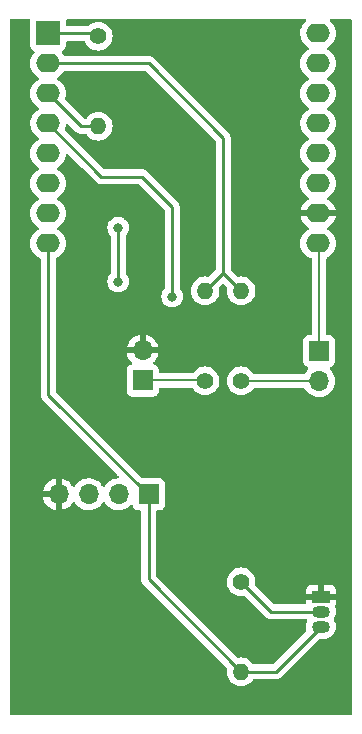
<source format=gbr>
%TF.GenerationSoftware,KiCad,Pcbnew,(6.0.9)*%
%TF.CreationDate,2023-04-16T11:33:14+02:00*%
%TF.ProjectId,PCB_zavrsni,5043425f-7a61-4767-9273-6e692e6b6963,rev?*%
%TF.SameCoordinates,Original*%
%TF.FileFunction,Copper,L1,Top*%
%TF.FilePolarity,Positive*%
%FSLAX46Y46*%
G04 Gerber Fmt 4.6, Leading zero omitted, Abs format (unit mm)*
G04 Created by KiCad (PCBNEW (6.0.9)) date 2023-04-16 11:33:14*
%MOMM*%
%LPD*%
G01*
G04 APERTURE LIST*
%TA.AperFunction,ComponentPad*%
%ADD10C,1.400000*%
%TD*%
%TA.AperFunction,ComponentPad*%
%ADD11O,1.400000X1.400000*%
%TD*%
%TA.AperFunction,ComponentPad*%
%ADD12R,1.700000X1.700000*%
%TD*%
%TA.AperFunction,ComponentPad*%
%ADD13O,1.700000X1.700000*%
%TD*%
%TA.AperFunction,ComponentPad*%
%ADD14R,1.500000X1.050000*%
%TD*%
%TA.AperFunction,ComponentPad*%
%ADD15O,1.500000X1.050000*%
%TD*%
%TA.AperFunction,ComponentPad*%
%ADD16R,2.000000X2.000000*%
%TD*%
%TA.AperFunction,ComponentPad*%
%ADD17O,2.000000X1.600000*%
%TD*%
%TA.AperFunction,ViaPad*%
%ADD18C,0.800000*%
%TD*%
%TA.AperFunction,Conductor*%
%ADD19C,0.250000*%
%TD*%
%TA.AperFunction,Conductor*%
%ADD20C,0.200000*%
%TD*%
G04 APERTURE END LIST*
D10*
%TO.P,R4,1*%
%TO.N,/SIGNAL*%
X212090000Y-90678000D03*
D11*
%TO.P,R4,2*%
%TO.N,/VCC*%
X212090000Y-98298000D03*
%TD*%
D12*
%TO.P,J1,1,Pin_1*%
%TO.N,/VCC*%
X204266000Y-83275000D03*
D13*
%TO.P,J1,2,Pin_2*%
%TO.N,/SCL*%
X201726000Y-83275000D03*
%TO.P,J1,3,Pin_3*%
%TO.N,/SDA*%
X199186000Y-83275000D03*
%TO.P,J1,4,Pin_4*%
%TO.N,/OUT-*%
X196646000Y-83275000D03*
%TD*%
D14*
%TO.P,U2,1,GND*%
%TO.N,/OUT-*%
X218842000Y-91948000D03*
D15*
%TO.P,U2,2,DQ*%
%TO.N,/SIGNAL*%
X218842000Y-93218000D03*
%TO.P,U2,3,VDD*%
%TO.N,/VCC*%
X218842000Y-94488000D03*
%TD*%
D16*
%TO.P,U1,1,~{RST}*%
%TO.N,/RST*%
X195750000Y-44250000D03*
D17*
%TO.P,U1,2,A0*%
%TO.N,/A0*%
X195750000Y-46790000D03*
%TO.P,U1,3,D0*%
%TO.N,/D0*%
X195750000Y-49330000D03*
%TO.P,U1,4,SCK/D5*%
%TO.N,/SIGNAL*%
X195750000Y-51870000D03*
%TO.P,U1,5,MISO/D6*%
%TO.N,/D6*%
X195750000Y-54410000D03*
%TO.P,U1,6,MOSI/D7*%
%TO.N,/D7*%
X195750000Y-56950000D03*
%TO.P,U1,7,CS/D8*%
%TO.N,/D8*%
X195750000Y-59490000D03*
%TO.P,U1,8,3V3*%
%TO.N,/VCC*%
X195750000Y-62030000D03*
%TO.P,U1,9,5V*%
%TO.N,/OUT+*%
X218610000Y-62030000D03*
%TO.P,U1,10,GND*%
%TO.N,/OUT-*%
X218610000Y-59490000D03*
%TO.P,U1,11,D4*%
%TO.N,/D4*%
X218610000Y-56950000D03*
%TO.P,U1,12,D3*%
%TO.N,/D3*%
X218610000Y-54410000D03*
%TO.P,U1,13,SDA/D2*%
%TO.N,/SDA*%
X218610000Y-51870000D03*
%TO.P,U1,14,SCL/D1*%
%TO.N,/SCL*%
X218610000Y-49330000D03*
%TO.P,U1,15,RX*%
%TO.N,/RX*%
X218610000Y-46790000D03*
%TO.P,U1,16,TX*%
%TO.N,/TX*%
X218610000Y-44250000D03*
%TD*%
D10*
%TO.P,R3,1*%
%TO.N,/RST*%
X200000000Y-44500000D03*
D11*
%TO.P,R3,2*%
%TO.N,/D0*%
X200000000Y-52120000D03*
%TD*%
D12*
%TO.P,J4,1,Pin_1*%
%TO.N,/BAT-*%
X203758000Y-73640000D03*
D13*
%TO.P,J4,2,Pin_2*%
%TO.N,/OUT-*%
X203758000Y-71100000D03*
%TD*%
D10*
%TO.P,R2,1*%
%TO.N,/BAT-*%
X209042000Y-73660000D03*
D11*
%TO.P,R2,2*%
%TO.N,/A0*%
X209042000Y-66040000D03*
%TD*%
D10*
%TO.P,R1,1*%
%TO.N,/BAT+*%
X212090000Y-73660000D03*
D11*
%TO.P,R1,2*%
%TO.N,/A0*%
X212090000Y-66040000D03*
%TD*%
D12*
%TO.P,J3,1,Pin_1*%
%TO.N,/OUT+*%
X218694000Y-71140000D03*
D13*
%TO.P,J3,2,Pin_2*%
%TO.N,/BAT+*%
X218694000Y-73680000D03*
%TD*%
D18*
%TO.N,/SIGNAL*%
X206248000Y-66548000D03*
%TO.N,/SCL*%
X201676000Y-65278000D03*
X201676000Y-60706000D03*
%TO.N,/OUT-*%
X213868000Y-50800000D03*
%TD*%
D19*
%TO.N,/SIGNAL*%
X214630000Y-93218000D02*
X218842000Y-93218000D01*
X212090000Y-90678000D02*
X214630000Y-93218000D01*
%TO.N,/VCC*%
X215032000Y-98298000D02*
X218842000Y-94488000D01*
X212090000Y-98298000D02*
X215032000Y-98298000D01*
X204266000Y-90474000D02*
X204266000Y-83275000D01*
X212090000Y-98298000D02*
X204266000Y-90474000D01*
%TO.N,/RST*%
X195750000Y-44250000D02*
X199750000Y-44250000D01*
X199750000Y-44250000D02*
X200000000Y-44500000D01*
%TO.N,/A0*%
X210566000Y-64516000D02*
X210566000Y-53086000D01*
X204270000Y-46790000D02*
X210566000Y-53086000D01*
X212090000Y-66040000D02*
X210566000Y-64516000D01*
X195750000Y-46790000D02*
X204270000Y-46790000D01*
X209042000Y-66040000D02*
X210566000Y-64516000D01*
%TO.N,/D0*%
X200000000Y-52120000D02*
X198540000Y-52120000D01*
X198540000Y-52120000D02*
X195750000Y-49330000D01*
%TO.N,/VCC*%
X204179000Y-83275000D02*
X195750000Y-74846000D01*
X204266000Y-83275000D02*
X204179000Y-83275000D01*
X195750000Y-74846000D02*
X195750000Y-62030000D01*
%TO.N,/SIGNAL*%
X203708000Y-56388000D02*
X206248000Y-58928000D01*
X206248000Y-66548000D02*
X206248000Y-58928000D01*
X195750000Y-51870000D02*
X200268000Y-56388000D01*
X200268000Y-56388000D02*
X203708000Y-56388000D01*
%TO.N,/SCL*%
X201676000Y-60706000D02*
X201676000Y-65278000D01*
D20*
%TO.N,/BAT+*%
X212090000Y-73660000D02*
X218674000Y-73660000D01*
%TO.N,/BAT-*%
X203758000Y-73640000D02*
X209022000Y-73640000D01*
%TO.N,/OUT+*%
X218694000Y-71140000D02*
X218694000Y-62114000D01*
X218694000Y-62114000D02*
X218610000Y-62030000D01*
%TD*%
%TA.AperFunction,Conductor*%
%TO.N,/OUT-*%
G36*
X194190198Y-43028502D02*
G01*
X194236691Y-43082158D01*
X194247340Y-43148108D01*
X194241500Y-43201866D01*
X194241500Y-45298134D01*
X194248255Y-45360316D01*
X194299385Y-45496705D01*
X194386739Y-45613261D01*
X194503295Y-45700615D01*
X194511704Y-45703767D01*
X194511707Y-45703769D01*
X194527768Y-45709790D01*
X194584533Y-45752431D01*
X194609234Y-45818992D01*
X194594027Y-45888341D01*
X194572635Y-45916867D01*
X194543802Y-45945700D01*
X194412477Y-46133251D01*
X194410154Y-46138233D01*
X194410151Y-46138238D01*
X194329409Y-46311392D01*
X194315716Y-46340757D01*
X194256457Y-46561913D01*
X194236502Y-46790000D01*
X194256457Y-47018087D01*
X194315716Y-47239243D01*
X194318039Y-47244224D01*
X194318039Y-47244225D01*
X194410151Y-47441762D01*
X194410154Y-47441767D01*
X194412477Y-47446749D01*
X194543802Y-47634300D01*
X194705700Y-47796198D01*
X194710208Y-47799355D01*
X194710211Y-47799357D01*
X194788389Y-47854098D01*
X194893251Y-47927523D01*
X194898233Y-47929846D01*
X194898238Y-47929849D01*
X194932457Y-47945805D01*
X194985742Y-47992722D01*
X195005203Y-48060999D01*
X194984661Y-48128959D01*
X194932457Y-48174195D01*
X194898238Y-48190151D01*
X194898233Y-48190154D01*
X194893251Y-48192477D01*
X194788389Y-48265902D01*
X194710211Y-48320643D01*
X194710208Y-48320645D01*
X194705700Y-48323802D01*
X194543802Y-48485700D01*
X194412477Y-48673251D01*
X194410154Y-48678233D01*
X194410151Y-48678238D01*
X194318039Y-48875775D01*
X194315716Y-48880757D01*
X194256457Y-49101913D01*
X194236502Y-49330000D01*
X194256457Y-49558087D01*
X194315716Y-49779243D01*
X194318039Y-49784224D01*
X194318039Y-49784225D01*
X194410151Y-49981762D01*
X194410154Y-49981767D01*
X194412477Y-49986749D01*
X194543802Y-50174300D01*
X194705700Y-50336198D01*
X194710208Y-50339355D01*
X194710211Y-50339357D01*
X194788389Y-50394098D01*
X194893251Y-50467523D01*
X194898233Y-50469846D01*
X194898238Y-50469849D01*
X194932457Y-50485805D01*
X194985742Y-50532722D01*
X195005203Y-50600999D01*
X194984661Y-50668959D01*
X194932457Y-50714195D01*
X194898238Y-50730151D01*
X194898233Y-50730154D01*
X194893251Y-50732477D01*
X194788389Y-50805902D01*
X194710211Y-50860643D01*
X194710208Y-50860645D01*
X194705700Y-50863802D01*
X194543802Y-51025700D01*
X194412477Y-51213251D01*
X194410154Y-51218233D01*
X194410151Y-51218238D01*
X194355085Y-51336329D01*
X194315716Y-51420757D01*
X194314294Y-51426065D01*
X194314293Y-51426067D01*
X194300619Y-51477099D01*
X194256457Y-51641913D01*
X194236502Y-51870000D01*
X194256457Y-52098087D01*
X194257881Y-52103400D01*
X194257881Y-52103402D01*
X194263796Y-52125475D01*
X194315716Y-52319243D01*
X194318039Y-52324224D01*
X194318039Y-52324225D01*
X194410151Y-52521762D01*
X194410154Y-52521767D01*
X194412477Y-52526749D01*
X194465347Y-52602255D01*
X194528465Y-52692396D01*
X194543802Y-52714300D01*
X194705700Y-52876198D01*
X194710208Y-52879355D01*
X194710211Y-52879357D01*
X194744935Y-52903671D01*
X194893251Y-53007523D01*
X194898233Y-53009846D01*
X194898238Y-53009849D01*
X194932457Y-53025805D01*
X194985742Y-53072722D01*
X195005203Y-53140999D01*
X194984661Y-53208959D01*
X194932457Y-53254195D01*
X194898238Y-53270151D01*
X194898233Y-53270154D01*
X194893251Y-53272477D01*
X194807334Y-53332637D01*
X194710211Y-53400643D01*
X194710208Y-53400645D01*
X194705700Y-53403802D01*
X194543802Y-53565700D01*
X194412477Y-53753251D01*
X194410154Y-53758233D01*
X194410151Y-53758238D01*
X194318039Y-53955775D01*
X194315716Y-53960757D01*
X194256457Y-54181913D01*
X194236502Y-54410000D01*
X194256457Y-54638087D01*
X194315716Y-54859243D01*
X194318039Y-54864224D01*
X194318039Y-54864225D01*
X194410151Y-55061762D01*
X194410154Y-55061767D01*
X194412477Y-55066749D01*
X194543802Y-55254300D01*
X194705700Y-55416198D01*
X194710208Y-55419355D01*
X194710211Y-55419357D01*
X194788389Y-55474098D01*
X194893251Y-55547523D01*
X194898233Y-55549846D01*
X194898238Y-55549849D01*
X194932457Y-55565805D01*
X194985742Y-55612722D01*
X195005203Y-55680999D01*
X194984661Y-55748959D01*
X194932457Y-55794195D01*
X194898238Y-55810151D01*
X194898233Y-55810154D01*
X194893251Y-55812477D01*
X194801330Y-55876841D01*
X194710211Y-55940643D01*
X194710208Y-55940645D01*
X194705700Y-55943802D01*
X194543802Y-56105700D01*
X194412477Y-56293251D01*
X194410154Y-56298233D01*
X194410151Y-56298238D01*
X194318039Y-56495775D01*
X194315716Y-56500757D01*
X194256457Y-56721913D01*
X194236502Y-56950000D01*
X194256457Y-57178087D01*
X194315716Y-57399243D01*
X194318039Y-57404224D01*
X194318039Y-57404225D01*
X194410151Y-57601762D01*
X194410154Y-57601767D01*
X194412477Y-57606749D01*
X194543802Y-57794300D01*
X194705700Y-57956198D01*
X194710208Y-57959355D01*
X194710211Y-57959357D01*
X194788389Y-58014098D01*
X194893251Y-58087523D01*
X194898233Y-58089846D01*
X194898238Y-58089849D01*
X194932457Y-58105805D01*
X194985742Y-58152722D01*
X195005203Y-58220999D01*
X194984661Y-58288959D01*
X194932457Y-58334195D01*
X194898238Y-58350151D01*
X194898233Y-58350154D01*
X194893251Y-58352477D01*
X194788389Y-58425902D01*
X194710211Y-58480643D01*
X194710208Y-58480645D01*
X194705700Y-58483802D01*
X194543802Y-58645700D01*
X194412477Y-58833251D01*
X194410154Y-58838233D01*
X194410151Y-58838238D01*
X194318039Y-59035775D01*
X194315716Y-59040757D01*
X194314294Y-59046065D01*
X194314293Y-59046067D01*
X194257881Y-59256598D01*
X194256457Y-59261913D01*
X194236502Y-59490000D01*
X194256457Y-59718087D01*
X194257881Y-59723400D01*
X194257881Y-59723402D01*
X194289095Y-59839891D01*
X194315716Y-59939243D01*
X194318039Y-59944224D01*
X194318039Y-59944225D01*
X194410151Y-60141762D01*
X194410154Y-60141767D01*
X194412477Y-60146749D01*
X194485902Y-60251611D01*
X194539896Y-60328721D01*
X194543802Y-60334300D01*
X194705700Y-60496198D01*
X194710208Y-60499355D01*
X194710211Y-60499357D01*
X194725117Y-60509794D01*
X194893251Y-60627523D01*
X194898233Y-60629846D01*
X194898238Y-60629849D01*
X194932457Y-60645805D01*
X194985742Y-60692722D01*
X195005203Y-60760999D01*
X194984661Y-60828959D01*
X194932457Y-60874195D01*
X194898238Y-60890151D01*
X194898233Y-60890154D01*
X194893251Y-60892477D01*
X194879357Y-60902206D01*
X194710211Y-61020643D01*
X194710208Y-61020645D01*
X194705700Y-61023802D01*
X194543802Y-61185700D01*
X194412477Y-61373251D01*
X194410154Y-61378233D01*
X194410151Y-61378238D01*
X194405496Y-61388221D01*
X194315716Y-61580757D01*
X194256457Y-61801913D01*
X194236502Y-62030000D01*
X194256457Y-62258087D01*
X194315716Y-62479243D01*
X194318039Y-62484224D01*
X194318039Y-62484225D01*
X194410151Y-62681762D01*
X194410154Y-62681767D01*
X194412477Y-62686749D01*
X194543802Y-62874300D01*
X194705700Y-63036198D01*
X194710208Y-63039355D01*
X194710211Y-63039357D01*
X194788389Y-63094098D01*
X194893251Y-63167523D01*
X194898236Y-63169847D01*
X194898242Y-63169851D01*
X195043749Y-63237701D01*
X195097035Y-63284618D01*
X195116500Y-63351896D01*
X195116500Y-74767233D01*
X195115973Y-74778416D01*
X195114298Y-74785909D01*
X195114547Y-74793835D01*
X195114547Y-74793836D01*
X195116438Y-74853986D01*
X195116500Y-74857945D01*
X195116500Y-74885856D01*
X195116997Y-74889790D01*
X195116997Y-74889791D01*
X195117005Y-74889856D01*
X195117938Y-74901693D01*
X195119327Y-74945889D01*
X195124978Y-74965339D01*
X195128987Y-74984700D01*
X195131526Y-75004797D01*
X195134445Y-75012168D01*
X195134445Y-75012170D01*
X195147804Y-75045912D01*
X195151649Y-75057142D01*
X195163982Y-75099593D01*
X195168015Y-75106412D01*
X195168017Y-75106417D01*
X195174293Y-75117028D01*
X195182988Y-75134776D01*
X195190448Y-75153617D01*
X195195110Y-75160033D01*
X195195110Y-75160034D01*
X195216436Y-75189387D01*
X195222952Y-75199307D01*
X195245458Y-75237362D01*
X195259779Y-75251683D01*
X195272619Y-75266716D01*
X195284528Y-75283107D01*
X195290634Y-75288158D01*
X195318605Y-75311298D01*
X195327384Y-75319288D01*
X201709048Y-81700953D01*
X201743074Y-81763265D01*
X201738009Y-81834080D01*
X201695462Y-81890916D01*
X201630878Y-81914949D01*
X201630911Y-81915165D01*
X201629870Y-81915324D01*
X201629869Y-81915324D01*
X201410091Y-81948955D01*
X201197756Y-82018357D01*
X200999607Y-82121507D01*
X200995474Y-82124610D01*
X200995471Y-82124612D01*
X200825100Y-82252530D01*
X200820965Y-82255635D01*
X200666629Y-82417138D01*
X200559201Y-82574621D01*
X200504293Y-82619621D01*
X200433768Y-82627792D01*
X200370021Y-82596538D01*
X200349324Y-82572054D01*
X200268822Y-82447617D01*
X200268820Y-82447614D01*
X200266014Y-82443277D01*
X200115670Y-82278051D01*
X200111619Y-82274852D01*
X200111615Y-82274848D01*
X199944414Y-82142800D01*
X199944410Y-82142798D01*
X199940359Y-82139598D01*
X199904028Y-82119542D01*
X199888136Y-82110769D01*
X199744789Y-82031638D01*
X199739920Y-82029914D01*
X199739916Y-82029912D01*
X199539087Y-81958795D01*
X199539083Y-81958794D01*
X199534212Y-81957069D01*
X199529119Y-81956162D01*
X199529116Y-81956161D01*
X199319373Y-81918800D01*
X199319367Y-81918799D01*
X199314284Y-81917894D01*
X199240452Y-81916992D01*
X199096081Y-81915228D01*
X199096079Y-81915228D01*
X199090911Y-81915165D01*
X198870091Y-81948955D01*
X198657756Y-82018357D01*
X198459607Y-82121507D01*
X198455474Y-82124610D01*
X198455471Y-82124612D01*
X198285100Y-82252530D01*
X198280965Y-82255635D01*
X198126629Y-82417138D01*
X198123720Y-82421403D01*
X198123714Y-82421411D01*
X198111404Y-82439457D01*
X198019204Y-82574618D01*
X198018898Y-82575066D01*
X197963987Y-82620069D01*
X197893462Y-82628240D01*
X197829715Y-82596986D01*
X197809018Y-82572502D01*
X197728426Y-82447926D01*
X197722136Y-82439757D01*
X197578806Y-82282240D01*
X197571273Y-82275215D01*
X197404139Y-82143222D01*
X197395552Y-82137517D01*
X197209117Y-82034599D01*
X197199705Y-82030369D01*
X196998959Y-81959280D01*
X196988988Y-81956646D01*
X196917837Y-81943972D01*
X196904540Y-81945432D01*
X196900000Y-81959989D01*
X196900000Y-84593517D01*
X196904064Y-84607359D01*
X196917478Y-84609393D01*
X196924184Y-84608534D01*
X196934262Y-84606392D01*
X197138255Y-84545191D01*
X197147842Y-84541433D01*
X197339095Y-84447739D01*
X197347945Y-84442464D01*
X197521328Y-84318792D01*
X197529200Y-84312139D01*
X197680052Y-84161812D01*
X197686730Y-84153965D01*
X197814022Y-83976819D01*
X197815279Y-83977722D01*
X197862373Y-83934362D01*
X197932311Y-83922145D01*
X197997751Y-83949678D01*
X198025579Y-83981511D01*
X198085987Y-84080088D01*
X198232250Y-84248938D01*
X198404126Y-84391632D01*
X198597000Y-84504338D01*
X198805692Y-84584030D01*
X198810760Y-84585061D01*
X198810763Y-84585062D01*
X198905862Y-84604410D01*
X199024597Y-84628567D01*
X199029772Y-84628757D01*
X199029774Y-84628757D01*
X199242673Y-84636564D01*
X199242677Y-84636564D01*
X199247837Y-84636753D01*
X199252957Y-84636097D01*
X199252959Y-84636097D01*
X199464288Y-84609025D01*
X199464289Y-84609025D01*
X199469416Y-84608368D01*
X199474366Y-84606883D01*
X199678429Y-84545661D01*
X199678434Y-84545659D01*
X199683384Y-84544174D01*
X199883994Y-84445896D01*
X200065860Y-84316173D01*
X200224096Y-84158489D01*
X200354453Y-83977077D01*
X200355776Y-83978028D01*
X200402645Y-83934857D01*
X200472580Y-83922625D01*
X200538026Y-83950144D01*
X200565875Y-83981994D01*
X200625987Y-84080088D01*
X200772250Y-84248938D01*
X200944126Y-84391632D01*
X201137000Y-84504338D01*
X201345692Y-84584030D01*
X201350760Y-84585061D01*
X201350763Y-84585062D01*
X201445862Y-84604410D01*
X201564597Y-84628567D01*
X201569772Y-84628757D01*
X201569774Y-84628757D01*
X201782673Y-84636564D01*
X201782677Y-84636564D01*
X201787837Y-84636753D01*
X201792957Y-84636097D01*
X201792959Y-84636097D01*
X202004288Y-84609025D01*
X202004289Y-84609025D01*
X202009416Y-84608368D01*
X202014366Y-84606883D01*
X202218429Y-84545661D01*
X202218434Y-84545659D01*
X202223384Y-84544174D01*
X202423994Y-84445896D01*
X202605860Y-84316173D01*
X202714091Y-84208319D01*
X202776462Y-84174404D01*
X202847268Y-84179592D01*
X202904030Y-84222238D01*
X202921012Y-84253341D01*
X202965385Y-84371705D01*
X203052739Y-84488261D01*
X203169295Y-84575615D01*
X203305684Y-84626745D01*
X203367866Y-84633500D01*
X203506500Y-84633500D01*
X203574621Y-84653502D01*
X203621114Y-84707158D01*
X203632500Y-84759500D01*
X203632500Y-90395233D01*
X203631973Y-90406416D01*
X203630298Y-90413909D01*
X203630547Y-90421835D01*
X203630547Y-90421836D01*
X203632438Y-90481986D01*
X203632500Y-90485945D01*
X203632500Y-90513856D01*
X203632997Y-90517790D01*
X203632997Y-90517791D01*
X203633005Y-90517856D01*
X203633938Y-90529693D01*
X203635327Y-90573889D01*
X203640978Y-90593339D01*
X203644987Y-90612700D01*
X203647526Y-90632797D01*
X203650445Y-90640168D01*
X203650445Y-90640170D01*
X203663804Y-90673912D01*
X203667649Y-90685142D01*
X203679982Y-90727593D01*
X203684015Y-90734412D01*
X203684017Y-90734417D01*
X203690293Y-90745028D01*
X203698988Y-90762776D01*
X203706448Y-90781617D01*
X203711110Y-90788033D01*
X203711110Y-90788034D01*
X203732436Y-90817387D01*
X203738952Y-90827307D01*
X203761458Y-90865362D01*
X203775779Y-90879683D01*
X203788619Y-90894716D01*
X203800528Y-90911107D01*
X203827132Y-90933116D01*
X203834605Y-90939298D01*
X203843384Y-90947288D01*
X210862557Y-97966462D01*
X210896583Y-98028774D01*
X210897547Y-98077439D01*
X210896736Y-98082039D01*
X210895314Y-98087345D01*
X210876884Y-98298000D01*
X210895314Y-98508655D01*
X210950044Y-98712910D01*
X210952366Y-98717891D01*
X210952367Y-98717892D01*
X211036358Y-98898010D01*
X211039411Y-98904558D01*
X211160699Y-99077776D01*
X211310224Y-99227301D01*
X211483442Y-99348589D01*
X211488420Y-99350910D01*
X211488423Y-99350912D01*
X211670108Y-99435633D01*
X211675090Y-99437956D01*
X211680398Y-99439378D01*
X211680400Y-99439379D01*
X211874030Y-99491262D01*
X211874032Y-99491262D01*
X211879345Y-99492686D01*
X212090000Y-99511116D01*
X212300655Y-99492686D01*
X212305968Y-99491262D01*
X212305970Y-99491262D01*
X212499600Y-99439379D01*
X212499602Y-99439378D01*
X212504910Y-99437956D01*
X212509892Y-99435633D01*
X212691577Y-99350912D01*
X212691580Y-99350910D01*
X212696558Y-99348589D01*
X212869776Y-99227301D01*
X213019301Y-99077776D01*
X213084102Y-98985230D01*
X213139559Y-98940901D01*
X213187315Y-98931500D01*
X214953233Y-98931500D01*
X214964416Y-98932027D01*
X214971909Y-98933702D01*
X214979835Y-98933453D01*
X214979836Y-98933453D01*
X215039986Y-98931562D01*
X215043945Y-98931500D01*
X215071856Y-98931500D01*
X215075791Y-98931003D01*
X215075856Y-98930995D01*
X215087693Y-98930062D01*
X215119951Y-98929048D01*
X215123970Y-98928922D01*
X215131889Y-98928673D01*
X215151343Y-98923021D01*
X215170700Y-98919013D01*
X215182930Y-98917468D01*
X215182931Y-98917468D01*
X215190797Y-98916474D01*
X215198168Y-98913555D01*
X215198170Y-98913555D01*
X215231912Y-98900196D01*
X215243142Y-98896351D01*
X215277983Y-98886229D01*
X215277984Y-98886229D01*
X215285593Y-98884018D01*
X215292412Y-98879985D01*
X215292417Y-98879983D01*
X215303028Y-98873707D01*
X215320776Y-98865012D01*
X215339617Y-98857552D01*
X215375387Y-98831564D01*
X215385307Y-98825048D01*
X215416535Y-98806580D01*
X215416538Y-98806578D01*
X215423362Y-98802542D01*
X215437683Y-98788221D01*
X215452717Y-98775380D01*
X215462694Y-98768131D01*
X215469107Y-98763472D01*
X215497298Y-98729395D01*
X215505288Y-98720616D01*
X218667499Y-95558405D01*
X218729811Y-95524379D01*
X218756594Y-95521500D01*
X219118004Y-95521500D01*
X219268713Y-95506723D01*
X219462742Y-95448142D01*
X219641698Y-95352990D01*
X219798763Y-95224890D01*
X219802692Y-95220141D01*
X219924027Y-95073472D01*
X219924029Y-95073469D01*
X219927956Y-95068722D01*
X220024356Y-94890435D01*
X220084290Y-94696820D01*
X220105476Y-94495250D01*
X220087106Y-94293404D01*
X220029881Y-94098971D01*
X220025951Y-94091452D01*
X219975753Y-93995432D01*
X219935981Y-93919355D01*
X219936016Y-93919337D01*
X219916111Y-93853559D01*
X219931271Y-93792591D01*
X219932461Y-93790390D01*
X220024356Y-93620435D01*
X220084290Y-93426820D01*
X220105476Y-93225250D01*
X220087106Y-93023404D01*
X220029881Y-92828971D01*
X220030559Y-92828771D01*
X220024044Y-92762727D01*
X220037320Y-92725677D01*
X220045321Y-92711063D01*
X220090478Y-92590606D01*
X220094105Y-92575351D01*
X220099631Y-92524486D01*
X220100000Y-92517672D01*
X220100000Y-92220115D01*
X220095525Y-92204876D01*
X220094135Y-92203671D01*
X220086452Y-92202000D01*
X219288242Y-92202000D01*
X219274197Y-92201215D01*
X219259799Y-92199600D01*
X219125183Y-92184500D01*
X218565996Y-92184500D01*
X218415287Y-92199277D01*
X218412998Y-92199968D01*
X218392276Y-92202000D01*
X217602116Y-92202000D01*
X217586877Y-92206475D01*
X217585672Y-92207865D01*
X217584001Y-92215548D01*
X217584001Y-92458500D01*
X217563999Y-92526621D01*
X217510343Y-92573114D01*
X217458001Y-92584500D01*
X214944595Y-92584500D01*
X214876474Y-92564498D01*
X214855500Y-92547595D01*
X213983790Y-91675885D01*
X217584000Y-91675885D01*
X217588475Y-91691124D01*
X217589865Y-91692329D01*
X217597548Y-91694000D01*
X218569885Y-91694000D01*
X218585124Y-91689525D01*
X218586329Y-91688135D01*
X218588000Y-91680452D01*
X218588000Y-91675885D01*
X219096000Y-91675885D01*
X219100475Y-91691124D01*
X219101865Y-91692329D01*
X219109548Y-91694000D01*
X220081884Y-91694000D01*
X220097123Y-91689525D01*
X220098328Y-91688135D01*
X220099999Y-91680452D01*
X220099999Y-91378331D01*
X220099629Y-91371510D01*
X220094105Y-91320648D01*
X220090479Y-91305396D01*
X220045324Y-91184946D01*
X220036786Y-91169351D01*
X219960285Y-91067276D01*
X219947724Y-91054715D01*
X219845649Y-90978214D01*
X219830054Y-90969676D01*
X219709606Y-90924522D01*
X219694351Y-90920895D01*
X219643486Y-90915369D01*
X219636672Y-90915000D01*
X219114115Y-90915000D01*
X219098876Y-90919475D01*
X219097671Y-90920865D01*
X219096000Y-90928548D01*
X219096000Y-91675885D01*
X218588000Y-91675885D01*
X218588000Y-90933116D01*
X218583525Y-90917877D01*
X218582135Y-90916672D01*
X218574452Y-90915001D01*
X218047331Y-90915001D01*
X218040510Y-90915371D01*
X217989648Y-90920895D01*
X217974396Y-90924521D01*
X217853946Y-90969676D01*
X217838351Y-90978214D01*
X217736276Y-91054715D01*
X217723715Y-91067276D01*
X217647214Y-91169351D01*
X217638676Y-91184946D01*
X217593522Y-91305394D01*
X217589895Y-91320649D01*
X217584369Y-91371514D01*
X217584000Y-91378328D01*
X217584000Y-91675885D01*
X213983790Y-91675885D01*
X213317443Y-91009538D01*
X213283417Y-90947226D01*
X213282453Y-90898561D01*
X213283264Y-90893961D01*
X213284686Y-90888655D01*
X213285166Y-90883175D01*
X213302637Y-90683475D01*
X213303116Y-90678000D01*
X213284686Y-90467345D01*
X213229956Y-90263090D01*
X213223153Y-90248500D01*
X213142912Y-90076423D01*
X213142910Y-90076420D01*
X213140589Y-90071442D01*
X213019301Y-89898224D01*
X212869776Y-89748699D01*
X212696558Y-89627411D01*
X212691580Y-89625090D01*
X212691577Y-89625088D01*
X212509892Y-89540367D01*
X212509891Y-89540366D01*
X212504910Y-89538044D01*
X212499602Y-89536622D01*
X212499600Y-89536621D01*
X212305970Y-89484738D01*
X212305968Y-89484738D01*
X212300655Y-89483314D01*
X212090000Y-89464884D01*
X211879345Y-89483314D01*
X211874032Y-89484738D01*
X211874030Y-89484738D01*
X211680400Y-89536621D01*
X211680398Y-89536622D01*
X211675090Y-89538044D01*
X211670109Y-89540366D01*
X211670108Y-89540367D01*
X211488423Y-89625088D01*
X211488420Y-89625090D01*
X211483442Y-89627411D01*
X211310224Y-89748699D01*
X211160699Y-89898224D01*
X211039411Y-90071442D01*
X211037090Y-90076420D01*
X211037088Y-90076423D01*
X210956847Y-90248500D01*
X210950044Y-90263090D01*
X210895314Y-90467345D01*
X210876884Y-90678000D01*
X210895314Y-90888655D01*
X210896738Y-90893968D01*
X210896738Y-90893970D01*
X210939810Y-91054715D01*
X210950044Y-91092910D01*
X211039411Y-91284558D01*
X211160699Y-91457776D01*
X211310224Y-91607301D01*
X211483442Y-91728589D01*
X211488420Y-91730910D01*
X211488423Y-91730912D01*
X211670108Y-91815633D01*
X211675090Y-91817956D01*
X211680398Y-91819378D01*
X211680400Y-91819379D01*
X211874030Y-91871262D01*
X211874032Y-91871262D01*
X211879345Y-91872686D01*
X212090000Y-91891116D01*
X212300655Y-91872686D01*
X212305971Y-91871262D01*
X212310563Y-91870452D01*
X212381123Y-91878321D01*
X212421539Y-91905443D01*
X214126343Y-93610247D01*
X214133887Y-93618537D01*
X214138000Y-93625018D01*
X214143777Y-93630443D01*
X214187667Y-93671658D01*
X214190509Y-93674413D01*
X214210230Y-93694134D01*
X214213425Y-93696612D01*
X214222447Y-93704318D01*
X214254679Y-93734586D01*
X214261628Y-93738406D01*
X214272432Y-93744346D01*
X214288956Y-93755199D01*
X214304959Y-93767613D01*
X214345543Y-93785176D01*
X214356173Y-93790383D01*
X214394940Y-93811695D01*
X214402617Y-93813666D01*
X214402622Y-93813668D01*
X214414558Y-93816732D01*
X214433266Y-93823137D01*
X214451855Y-93831181D01*
X214459680Y-93832420D01*
X214459682Y-93832421D01*
X214495519Y-93838097D01*
X214507140Y-93840504D01*
X214542289Y-93849528D01*
X214549970Y-93851500D01*
X214570231Y-93851500D01*
X214589940Y-93853051D01*
X214609943Y-93856219D01*
X214617835Y-93855473D01*
X214623062Y-93854979D01*
X214653954Y-93852059D01*
X214665811Y-93851500D01*
X217574835Y-93851500D01*
X217642956Y-93871502D01*
X217689449Y-93925158D01*
X217699553Y-93995432D01*
X217685671Y-94037429D01*
X217659644Y-94085565D01*
X217599710Y-94279180D01*
X217578524Y-94480750D01*
X217596894Y-94682596D01*
X217598633Y-94688506D01*
X217598634Y-94688509D01*
X217610927Y-94730279D01*
X217610971Y-94801276D01*
X217579148Y-94854948D01*
X214806500Y-97627595D01*
X214744188Y-97661621D01*
X214717405Y-97664500D01*
X213187315Y-97664500D01*
X213119194Y-97644498D01*
X213084102Y-97610770D01*
X213022460Y-97522736D01*
X213019301Y-97518224D01*
X212869776Y-97368699D01*
X212696558Y-97247411D01*
X212691580Y-97245090D01*
X212691577Y-97245088D01*
X212509892Y-97160367D01*
X212509891Y-97160366D01*
X212504910Y-97158044D01*
X212499602Y-97156622D01*
X212499600Y-97156621D01*
X212305970Y-97104738D01*
X212305968Y-97104738D01*
X212300655Y-97103314D01*
X212090000Y-97084884D01*
X212084525Y-97085363D01*
X211884816Y-97102835D01*
X211884812Y-97102836D01*
X211879345Y-97103314D01*
X211874039Y-97104736D01*
X211869439Y-97105547D01*
X211798879Y-97097679D01*
X211758462Y-97070557D01*
X204936405Y-90248500D01*
X204902379Y-90186188D01*
X204899500Y-90159405D01*
X204899500Y-84759500D01*
X204919502Y-84691379D01*
X204973158Y-84644886D01*
X205025500Y-84633500D01*
X205164134Y-84633500D01*
X205226316Y-84626745D01*
X205362705Y-84575615D01*
X205479261Y-84488261D01*
X205566615Y-84371705D01*
X205617745Y-84235316D01*
X205624500Y-84173134D01*
X205624500Y-82376866D01*
X205617745Y-82314684D01*
X205566615Y-82178295D01*
X205479261Y-82061739D01*
X205362705Y-81974385D01*
X205226316Y-81923255D01*
X205164134Y-81916500D01*
X203768594Y-81916500D01*
X203700473Y-81896498D01*
X203679499Y-81879595D01*
X196420405Y-74620500D01*
X196386379Y-74558188D01*
X196384223Y-74538134D01*
X202399500Y-74538134D01*
X202406255Y-74600316D01*
X202457385Y-74736705D01*
X202544739Y-74853261D01*
X202661295Y-74940615D01*
X202797684Y-74991745D01*
X202859866Y-74998500D01*
X204656134Y-74998500D01*
X204718316Y-74991745D01*
X204854705Y-74940615D01*
X204971261Y-74853261D01*
X205058615Y-74736705D01*
X205109745Y-74600316D01*
X205116500Y-74538134D01*
X205116500Y-74374500D01*
X205136502Y-74306379D01*
X205190158Y-74259886D01*
X205242500Y-74248500D01*
X207913176Y-74248500D01*
X207981297Y-74268502D01*
X208016388Y-74302229D01*
X208112699Y-74439776D01*
X208262224Y-74589301D01*
X208435442Y-74710589D01*
X208440420Y-74712910D01*
X208440423Y-74712912D01*
X208622108Y-74797633D01*
X208627090Y-74799956D01*
X208632398Y-74801378D01*
X208632400Y-74801379D01*
X208826030Y-74853262D01*
X208826032Y-74853262D01*
X208831345Y-74854686D01*
X209042000Y-74873116D01*
X209252655Y-74854686D01*
X209257968Y-74853262D01*
X209257970Y-74853262D01*
X209451600Y-74801379D01*
X209451602Y-74801378D01*
X209456910Y-74799956D01*
X209461892Y-74797633D01*
X209643577Y-74712912D01*
X209643580Y-74712910D01*
X209648558Y-74710589D01*
X209821776Y-74589301D01*
X209971301Y-74439776D01*
X210092589Y-74266558D01*
X210095701Y-74259886D01*
X210179633Y-74079892D01*
X210179634Y-74079891D01*
X210181956Y-74074910D01*
X210236686Y-73870655D01*
X210255116Y-73660000D01*
X210876884Y-73660000D01*
X210895314Y-73870655D01*
X210950044Y-74074910D01*
X210952366Y-74079891D01*
X210952367Y-74079892D01*
X211036300Y-74259886D01*
X211039411Y-74266558D01*
X211160699Y-74439776D01*
X211310224Y-74589301D01*
X211483442Y-74710589D01*
X211488420Y-74712910D01*
X211488423Y-74712912D01*
X211670108Y-74797633D01*
X211675090Y-74799956D01*
X211680398Y-74801378D01*
X211680400Y-74801379D01*
X211874030Y-74853262D01*
X211874032Y-74853262D01*
X211879345Y-74854686D01*
X212090000Y-74873116D01*
X212300655Y-74854686D01*
X212305968Y-74853262D01*
X212305970Y-74853262D01*
X212499600Y-74801379D01*
X212499602Y-74801378D01*
X212504910Y-74799956D01*
X212509892Y-74797633D01*
X212691577Y-74712912D01*
X212691580Y-74712910D01*
X212696558Y-74710589D01*
X212869776Y-74589301D01*
X213019301Y-74439776D01*
X213101607Y-74322230D01*
X213157064Y-74277901D01*
X213204820Y-74268500D01*
X217390698Y-74268500D01*
X217458819Y-74288502D01*
X217498131Y-74328665D01*
X217593987Y-74485088D01*
X217740250Y-74653938D01*
X217912126Y-74796632D01*
X218105000Y-74909338D01*
X218313692Y-74989030D01*
X218318760Y-74990061D01*
X218318763Y-74990062D01*
X218426017Y-75011883D01*
X218532597Y-75033567D01*
X218537772Y-75033757D01*
X218537774Y-75033757D01*
X218750673Y-75041564D01*
X218750677Y-75041564D01*
X218755837Y-75041753D01*
X218760957Y-75041097D01*
X218760959Y-75041097D01*
X218972288Y-75014025D01*
X218972289Y-75014025D01*
X218977416Y-75013368D01*
X218982366Y-75011883D01*
X219186429Y-74950661D01*
X219186434Y-74950659D01*
X219191384Y-74949174D01*
X219391994Y-74850896D01*
X219573860Y-74721173D01*
X219732096Y-74563489D01*
X219818194Y-74443671D01*
X219859435Y-74386277D01*
X219862453Y-74382077D01*
X219908701Y-74288502D01*
X219959136Y-74186453D01*
X219959137Y-74186451D01*
X219961430Y-74181811D01*
X220026370Y-73968069D01*
X220055529Y-73746590D01*
X220057156Y-73680000D01*
X220038852Y-73457361D01*
X219984431Y-73240702D01*
X219895354Y-73035840D01*
X219811033Y-72905500D01*
X219776822Y-72852617D01*
X219776820Y-72852614D01*
X219774014Y-72848277D01*
X219770532Y-72844450D01*
X219626798Y-72686488D01*
X219595746Y-72622642D01*
X219604141Y-72552143D01*
X219649317Y-72497375D01*
X219675761Y-72483706D01*
X219782297Y-72443767D01*
X219790705Y-72440615D01*
X219907261Y-72353261D01*
X219994615Y-72236705D01*
X220045745Y-72100316D01*
X220052500Y-72038134D01*
X220052500Y-70241866D01*
X220045745Y-70179684D01*
X219994615Y-70043295D01*
X219907261Y-69926739D01*
X219790705Y-69839385D01*
X219654316Y-69788255D01*
X219592134Y-69781500D01*
X219428500Y-69781500D01*
X219360379Y-69761498D01*
X219313886Y-69707842D01*
X219302500Y-69655500D01*
X219302500Y-63324384D01*
X219322502Y-63256263D01*
X219375251Y-63210189D01*
X219461758Y-63169851D01*
X219461764Y-63169847D01*
X219466749Y-63167523D01*
X219571611Y-63094098D01*
X219649789Y-63039357D01*
X219649792Y-63039355D01*
X219654300Y-63036198D01*
X219816198Y-62874300D01*
X219947523Y-62686749D01*
X219949846Y-62681767D01*
X219949849Y-62681762D01*
X220041961Y-62484225D01*
X220041961Y-62484224D01*
X220044284Y-62479243D01*
X220103543Y-62258087D01*
X220123498Y-62030000D01*
X220103543Y-61801913D01*
X220044284Y-61580757D01*
X219954504Y-61388221D01*
X219949849Y-61378238D01*
X219949846Y-61378233D01*
X219947523Y-61373251D01*
X219816198Y-61185700D01*
X219654300Y-61023802D01*
X219649792Y-61020645D01*
X219649789Y-61020643D01*
X219480643Y-60902206D01*
X219466749Y-60892477D01*
X219461767Y-60890154D01*
X219461762Y-60890151D01*
X219426951Y-60873919D01*
X219373666Y-60827002D01*
X219354205Y-60758725D01*
X219374747Y-60690765D01*
X219426951Y-60645529D01*
X219461511Y-60629414D01*
X219471007Y-60623931D01*
X219649467Y-60498972D01*
X219657875Y-60491916D01*
X219811916Y-60337875D01*
X219818972Y-60329467D01*
X219943931Y-60151007D01*
X219949414Y-60141511D01*
X220041490Y-59944053D01*
X220045236Y-59933761D01*
X220091394Y-59761497D01*
X220091058Y-59747401D01*
X220083116Y-59744000D01*
X217142033Y-59744000D01*
X217128502Y-59747973D01*
X217127273Y-59756522D01*
X217174764Y-59933761D01*
X217178510Y-59944053D01*
X217270586Y-60141511D01*
X217276069Y-60151007D01*
X217401028Y-60329467D01*
X217408084Y-60337875D01*
X217562125Y-60491916D01*
X217570533Y-60498972D01*
X217748993Y-60623931D01*
X217758489Y-60629414D01*
X217793049Y-60645529D01*
X217846334Y-60692446D01*
X217865795Y-60760723D01*
X217845253Y-60828683D01*
X217793049Y-60873919D01*
X217758238Y-60890151D01*
X217758233Y-60890154D01*
X217753251Y-60892477D01*
X217739357Y-60902206D01*
X217570211Y-61020643D01*
X217570208Y-61020645D01*
X217565700Y-61023802D01*
X217403802Y-61185700D01*
X217272477Y-61373251D01*
X217270154Y-61378233D01*
X217270151Y-61378238D01*
X217265496Y-61388221D01*
X217175716Y-61580757D01*
X217116457Y-61801913D01*
X217096502Y-62030000D01*
X217116457Y-62258087D01*
X217175716Y-62479243D01*
X217178039Y-62484224D01*
X217178039Y-62484225D01*
X217270151Y-62681762D01*
X217270154Y-62681767D01*
X217272477Y-62686749D01*
X217403802Y-62874300D01*
X217565700Y-63036198D01*
X217570208Y-63039355D01*
X217570211Y-63039357D01*
X217648389Y-63094098D01*
X217753251Y-63167523D01*
X217758233Y-63169846D01*
X217758238Y-63169849D01*
X217955775Y-63261961D01*
X217960757Y-63264284D01*
X217966062Y-63265706D01*
X217966069Y-63265708D01*
X217992110Y-63272685D01*
X218052733Y-63309636D01*
X218083755Y-63373496D01*
X218085500Y-63394392D01*
X218085500Y-69655500D01*
X218065498Y-69723621D01*
X218011842Y-69770114D01*
X217959500Y-69781500D01*
X217795866Y-69781500D01*
X217733684Y-69788255D01*
X217597295Y-69839385D01*
X217480739Y-69926739D01*
X217393385Y-70043295D01*
X217342255Y-70179684D01*
X217335500Y-70241866D01*
X217335500Y-72038134D01*
X217342255Y-72100316D01*
X217393385Y-72236705D01*
X217480739Y-72353261D01*
X217597295Y-72440615D01*
X217605704Y-72443767D01*
X217605705Y-72443768D01*
X217714451Y-72484535D01*
X217771216Y-72527176D01*
X217795916Y-72593738D01*
X217780709Y-72663087D01*
X217761316Y-72689568D01*
X217634629Y-72822138D01*
X217515683Y-72996507D01*
X217460774Y-73041507D01*
X217411597Y-73051500D01*
X213204820Y-73051500D01*
X213136699Y-73031498D01*
X213101607Y-72997770D01*
X213022460Y-72884736D01*
X213019301Y-72880224D01*
X212869776Y-72730699D01*
X212696558Y-72609411D01*
X212691580Y-72607090D01*
X212691577Y-72607088D01*
X212509892Y-72522367D01*
X212509891Y-72522366D01*
X212504910Y-72520044D01*
X212499602Y-72518622D01*
X212499600Y-72518621D01*
X212305970Y-72466738D01*
X212305968Y-72466738D01*
X212300655Y-72465314D01*
X212090000Y-72446884D01*
X211879345Y-72465314D01*
X211874032Y-72466738D01*
X211874030Y-72466738D01*
X211680400Y-72518621D01*
X211680398Y-72518622D01*
X211675090Y-72520044D01*
X211670109Y-72522366D01*
X211670108Y-72522367D01*
X211488423Y-72607088D01*
X211488420Y-72607090D01*
X211483442Y-72609411D01*
X211310224Y-72730699D01*
X211160699Y-72880224D01*
X211039411Y-73053442D01*
X210950044Y-73245090D01*
X210895314Y-73449345D01*
X210876884Y-73660000D01*
X210255116Y-73660000D01*
X210236686Y-73449345D01*
X210181956Y-73245090D01*
X210092589Y-73053442D01*
X209971301Y-72880224D01*
X209821776Y-72730699D01*
X209648558Y-72609411D01*
X209643580Y-72607090D01*
X209643577Y-72607088D01*
X209461892Y-72522367D01*
X209461891Y-72522366D01*
X209456910Y-72520044D01*
X209451602Y-72518622D01*
X209451600Y-72518621D01*
X209257970Y-72466738D01*
X209257968Y-72466738D01*
X209252655Y-72465314D01*
X209042000Y-72446884D01*
X208831345Y-72465314D01*
X208826032Y-72466738D01*
X208826030Y-72466738D01*
X208632400Y-72518621D01*
X208632398Y-72518622D01*
X208627090Y-72520044D01*
X208622109Y-72522366D01*
X208622108Y-72522367D01*
X208440423Y-72607088D01*
X208440420Y-72607090D01*
X208435442Y-72609411D01*
X208262224Y-72730699D01*
X208112699Y-72880224D01*
X208109540Y-72884736D01*
X208044397Y-72977770D01*
X207988940Y-73022099D01*
X207941184Y-73031500D01*
X205242500Y-73031500D01*
X205174379Y-73011498D01*
X205127886Y-72957842D01*
X205116500Y-72905500D01*
X205116500Y-72741866D01*
X205109745Y-72679684D01*
X205058615Y-72543295D01*
X204971261Y-72426739D01*
X204854705Y-72339385D01*
X204735687Y-72294767D01*
X204678923Y-72252125D01*
X204654223Y-72185564D01*
X204669430Y-72116215D01*
X204690977Y-72087535D01*
X204792052Y-71986812D01*
X204798730Y-71978965D01*
X204923003Y-71806020D01*
X204928313Y-71797183D01*
X205022670Y-71606267D01*
X205026469Y-71596672D01*
X205088377Y-71392910D01*
X205090555Y-71382837D01*
X205091986Y-71371962D01*
X205089775Y-71357778D01*
X205076617Y-71354000D01*
X202441225Y-71354000D01*
X202427694Y-71357973D01*
X202426257Y-71367966D01*
X202456565Y-71502446D01*
X202459645Y-71512275D01*
X202539770Y-71709603D01*
X202544413Y-71718794D01*
X202655694Y-71900388D01*
X202661777Y-71908699D01*
X202801213Y-72069667D01*
X202808577Y-72076879D01*
X202813522Y-72080985D01*
X202853156Y-72139889D01*
X202854653Y-72210870D01*
X202817537Y-72271392D01*
X202777264Y-72295910D01*
X202669705Y-72336232D01*
X202669704Y-72336233D01*
X202661295Y-72339385D01*
X202544739Y-72426739D01*
X202457385Y-72543295D01*
X202406255Y-72679684D01*
X202399500Y-72741866D01*
X202399500Y-74538134D01*
X196384223Y-74538134D01*
X196383500Y-74531405D01*
X196383500Y-70834183D01*
X202422389Y-70834183D01*
X202423912Y-70842607D01*
X202436292Y-70846000D01*
X203485885Y-70846000D01*
X203501124Y-70841525D01*
X203502329Y-70840135D01*
X203504000Y-70832452D01*
X203504000Y-70827885D01*
X204012000Y-70827885D01*
X204016475Y-70843124D01*
X204017865Y-70844329D01*
X204025548Y-70846000D01*
X205076344Y-70846000D01*
X205089875Y-70842027D01*
X205091180Y-70832947D01*
X205049214Y-70665875D01*
X205045894Y-70656124D01*
X204960972Y-70460814D01*
X204956105Y-70451739D01*
X204840426Y-70272926D01*
X204834136Y-70264757D01*
X204690806Y-70107240D01*
X204683273Y-70100215D01*
X204516139Y-69968222D01*
X204507552Y-69962517D01*
X204321117Y-69859599D01*
X204311705Y-69855369D01*
X204110959Y-69784280D01*
X204100988Y-69781646D01*
X204029837Y-69768972D01*
X204016540Y-69770432D01*
X204012000Y-69784989D01*
X204012000Y-70827885D01*
X203504000Y-70827885D01*
X203504000Y-69783102D01*
X203500082Y-69769758D01*
X203485806Y-69767771D01*
X203447324Y-69773660D01*
X203437288Y-69776051D01*
X203234868Y-69842212D01*
X203225359Y-69846209D01*
X203036463Y-69944542D01*
X203027738Y-69950036D01*
X202857433Y-70077905D01*
X202849726Y-70084748D01*
X202702590Y-70238717D01*
X202696104Y-70246727D01*
X202576098Y-70422649D01*
X202571000Y-70431623D01*
X202481338Y-70624783D01*
X202477775Y-70634470D01*
X202422389Y-70834183D01*
X196383500Y-70834183D01*
X196383500Y-65278000D01*
X200762496Y-65278000D01*
X200782458Y-65467928D01*
X200841473Y-65649556D01*
X200936960Y-65814944D01*
X201064747Y-65956866D01*
X201219248Y-66069118D01*
X201225276Y-66071802D01*
X201225278Y-66071803D01*
X201387681Y-66144109D01*
X201393712Y-66146794D01*
X201487112Y-66166647D01*
X201574056Y-66185128D01*
X201574061Y-66185128D01*
X201580513Y-66186500D01*
X201771487Y-66186500D01*
X201777939Y-66185128D01*
X201777944Y-66185128D01*
X201864888Y-66166647D01*
X201958288Y-66146794D01*
X201964319Y-66144109D01*
X202126722Y-66071803D01*
X202126724Y-66071802D01*
X202132752Y-66069118D01*
X202287253Y-65956866D01*
X202415040Y-65814944D01*
X202510527Y-65649556D01*
X202569542Y-65467928D01*
X202589504Y-65278000D01*
X202569542Y-65088072D01*
X202510527Y-64906444D01*
X202506011Y-64898621D01*
X202418341Y-64746774D01*
X202415040Y-64741056D01*
X202341863Y-64659785D01*
X202311147Y-64595779D01*
X202309500Y-64575476D01*
X202309500Y-61408524D01*
X202329502Y-61340403D01*
X202341858Y-61324221D01*
X202415040Y-61242944D01*
X202510527Y-61077556D01*
X202569542Y-60895928D01*
X202583753Y-60760723D01*
X202588814Y-60712565D01*
X202589504Y-60706000D01*
X202569542Y-60516072D01*
X202510527Y-60334444D01*
X202415040Y-60169056D01*
X202390465Y-60141762D01*
X202291675Y-60032045D01*
X202291674Y-60032044D01*
X202287253Y-60027134D01*
X202166282Y-59939243D01*
X202138094Y-59918763D01*
X202138093Y-59918762D01*
X202132752Y-59914882D01*
X202126724Y-59912198D01*
X202126722Y-59912197D01*
X201964319Y-59839891D01*
X201964318Y-59839891D01*
X201958288Y-59837206D01*
X201864887Y-59817353D01*
X201777944Y-59798872D01*
X201777939Y-59798872D01*
X201771487Y-59797500D01*
X201580513Y-59797500D01*
X201574061Y-59798872D01*
X201574056Y-59798872D01*
X201487113Y-59817353D01*
X201393712Y-59837206D01*
X201387682Y-59839891D01*
X201387681Y-59839891D01*
X201225278Y-59912197D01*
X201225276Y-59912198D01*
X201219248Y-59914882D01*
X201213907Y-59918762D01*
X201213906Y-59918763D01*
X201185718Y-59939243D01*
X201064747Y-60027134D01*
X201060326Y-60032044D01*
X201060325Y-60032045D01*
X200961536Y-60141762D01*
X200936960Y-60169056D01*
X200841473Y-60334444D01*
X200782458Y-60516072D01*
X200762496Y-60706000D01*
X200763186Y-60712565D01*
X200768248Y-60760723D01*
X200782458Y-60895928D01*
X200841473Y-61077556D01*
X200936960Y-61242944D01*
X201010137Y-61324215D01*
X201040853Y-61388221D01*
X201042500Y-61408524D01*
X201042500Y-64575476D01*
X201022498Y-64643597D01*
X201010142Y-64659779D01*
X200936960Y-64741056D01*
X200933659Y-64746774D01*
X200845990Y-64898621D01*
X200841473Y-64906444D01*
X200782458Y-65088072D01*
X200762496Y-65278000D01*
X196383500Y-65278000D01*
X196383500Y-63351896D01*
X196403502Y-63283775D01*
X196456251Y-63237701D01*
X196601758Y-63169851D01*
X196601764Y-63169847D01*
X196606749Y-63167523D01*
X196711611Y-63094098D01*
X196789789Y-63039357D01*
X196789792Y-63039355D01*
X196794300Y-63036198D01*
X196956198Y-62874300D01*
X197087523Y-62686749D01*
X197089846Y-62681767D01*
X197089849Y-62681762D01*
X197181961Y-62484225D01*
X197181961Y-62484224D01*
X197184284Y-62479243D01*
X197243543Y-62258087D01*
X197263498Y-62030000D01*
X197243543Y-61801913D01*
X197184284Y-61580757D01*
X197094504Y-61388221D01*
X197089849Y-61378238D01*
X197089846Y-61378233D01*
X197087523Y-61373251D01*
X196956198Y-61185700D01*
X196794300Y-61023802D01*
X196789792Y-61020645D01*
X196789789Y-61020643D01*
X196620643Y-60902206D01*
X196606749Y-60892477D01*
X196601767Y-60890154D01*
X196601762Y-60890151D01*
X196567543Y-60874195D01*
X196514258Y-60827278D01*
X196494797Y-60759001D01*
X196515339Y-60691041D01*
X196567543Y-60645805D01*
X196601762Y-60629849D01*
X196601767Y-60629846D01*
X196606749Y-60627523D01*
X196774883Y-60509794D01*
X196789789Y-60499357D01*
X196789792Y-60499355D01*
X196794300Y-60496198D01*
X196956198Y-60334300D01*
X196960105Y-60328721D01*
X197014098Y-60251611D01*
X197087523Y-60146749D01*
X197089846Y-60141767D01*
X197089849Y-60141762D01*
X197181961Y-59944225D01*
X197181961Y-59944224D01*
X197184284Y-59939243D01*
X197210906Y-59839891D01*
X197242119Y-59723402D01*
X197242119Y-59723400D01*
X197243543Y-59718087D01*
X197263498Y-59490000D01*
X197243543Y-59261913D01*
X197242119Y-59256598D01*
X197185707Y-59046067D01*
X197185706Y-59046065D01*
X197184284Y-59040757D01*
X197181961Y-59035775D01*
X197089849Y-58838238D01*
X197089846Y-58838233D01*
X197087523Y-58833251D01*
X196956198Y-58645700D01*
X196794300Y-58483802D01*
X196789792Y-58480645D01*
X196789789Y-58480643D01*
X196711611Y-58425902D01*
X196606749Y-58352477D01*
X196601767Y-58350154D01*
X196601762Y-58350151D01*
X196567543Y-58334195D01*
X196514258Y-58287278D01*
X196494797Y-58219001D01*
X196515339Y-58151041D01*
X196567543Y-58105805D01*
X196601762Y-58089849D01*
X196601767Y-58089846D01*
X196606749Y-58087523D01*
X196711611Y-58014098D01*
X196789789Y-57959357D01*
X196789792Y-57959355D01*
X196794300Y-57956198D01*
X196956198Y-57794300D01*
X197087523Y-57606749D01*
X197089846Y-57601767D01*
X197089849Y-57601762D01*
X197181961Y-57404225D01*
X197181961Y-57404224D01*
X197184284Y-57399243D01*
X197243543Y-57178087D01*
X197263498Y-56950000D01*
X197243543Y-56721913D01*
X197184284Y-56500757D01*
X197181961Y-56495775D01*
X197089849Y-56298238D01*
X197089846Y-56298233D01*
X197087523Y-56293251D01*
X196956198Y-56105700D01*
X196794300Y-55943802D01*
X196789792Y-55940645D01*
X196789789Y-55940643D01*
X196698670Y-55876841D01*
X196606749Y-55812477D01*
X196601767Y-55810154D01*
X196601762Y-55810151D01*
X196567543Y-55794195D01*
X196514258Y-55747278D01*
X196494797Y-55679001D01*
X196515339Y-55611041D01*
X196567543Y-55565805D01*
X196601762Y-55549849D01*
X196601767Y-55549846D01*
X196606749Y-55547523D01*
X196711611Y-55474098D01*
X196789789Y-55419357D01*
X196789792Y-55419355D01*
X196794300Y-55416198D01*
X196956198Y-55254300D01*
X197087523Y-55066749D01*
X197089846Y-55061767D01*
X197089849Y-55061762D01*
X197181961Y-54864225D01*
X197181961Y-54864224D01*
X197184284Y-54859243D01*
X197243543Y-54638087D01*
X197244023Y-54632601D01*
X197244024Y-54632595D01*
X197250456Y-54559088D01*
X197276319Y-54492970D01*
X197333823Y-54451330D01*
X197404710Y-54447390D01*
X197465071Y-54480975D01*
X198628379Y-55644284D01*
X199764348Y-56780253D01*
X199771888Y-56788539D01*
X199776000Y-56795018D01*
X199781777Y-56800443D01*
X199825651Y-56841643D01*
X199828493Y-56844398D01*
X199848230Y-56864135D01*
X199851427Y-56866615D01*
X199860447Y-56874318D01*
X199892679Y-56904586D01*
X199899625Y-56908405D01*
X199899628Y-56908407D01*
X199910434Y-56914348D01*
X199926953Y-56925199D01*
X199942959Y-56937614D01*
X199950228Y-56940759D01*
X199950232Y-56940762D01*
X199983537Y-56955174D01*
X199994187Y-56960391D01*
X200032940Y-56981695D01*
X200040615Y-56983666D01*
X200040616Y-56983666D01*
X200052562Y-56986733D01*
X200071267Y-56993137D01*
X200089855Y-57001181D01*
X200097678Y-57002420D01*
X200097688Y-57002423D01*
X200133524Y-57008099D01*
X200145144Y-57010505D01*
X200180289Y-57019528D01*
X200187970Y-57021500D01*
X200208224Y-57021500D01*
X200227934Y-57023051D01*
X200247943Y-57026220D01*
X200255835Y-57025474D01*
X200291961Y-57022059D01*
X200303819Y-57021500D01*
X203393406Y-57021500D01*
X203461527Y-57041502D01*
X203482501Y-57058405D01*
X205577595Y-59153499D01*
X205611621Y-59215811D01*
X205614500Y-59242594D01*
X205614500Y-65845476D01*
X205594498Y-65913597D01*
X205582142Y-65929779D01*
X205508960Y-66011056D01*
X205413473Y-66176444D01*
X205354458Y-66358072D01*
X205334496Y-66548000D01*
X205354458Y-66737928D01*
X205413473Y-66919556D01*
X205508960Y-67084944D01*
X205636747Y-67226866D01*
X205791248Y-67339118D01*
X205797276Y-67341802D01*
X205797278Y-67341803D01*
X205959681Y-67414109D01*
X205965712Y-67416794D01*
X206059112Y-67436647D01*
X206146056Y-67455128D01*
X206146061Y-67455128D01*
X206152513Y-67456500D01*
X206343487Y-67456500D01*
X206349939Y-67455128D01*
X206349944Y-67455128D01*
X206436888Y-67436647D01*
X206530288Y-67416794D01*
X206536319Y-67414109D01*
X206698722Y-67341803D01*
X206698724Y-67341802D01*
X206704752Y-67339118D01*
X206859253Y-67226866D01*
X206987040Y-67084944D01*
X207082527Y-66919556D01*
X207141542Y-66737928D01*
X207161504Y-66548000D01*
X207141542Y-66358072D01*
X207082527Y-66176444D01*
X206987040Y-66011056D01*
X206913863Y-65929785D01*
X206883147Y-65865779D01*
X206881500Y-65845476D01*
X206881500Y-59006763D01*
X206882027Y-58995579D01*
X206883701Y-58988091D01*
X206881562Y-58920032D01*
X206881500Y-58916075D01*
X206881500Y-58888144D01*
X206880994Y-58884138D01*
X206880061Y-58872292D01*
X206878922Y-58836037D01*
X206878673Y-58828110D01*
X206873022Y-58808658D01*
X206869014Y-58789306D01*
X206867468Y-58777068D01*
X206867467Y-58777066D01*
X206866474Y-58769203D01*
X206850194Y-58728086D01*
X206846359Y-58716885D01*
X206834018Y-58674406D01*
X206829985Y-58667587D01*
X206829983Y-58667582D01*
X206823707Y-58656971D01*
X206815010Y-58639221D01*
X206807552Y-58620383D01*
X206781571Y-58584623D01*
X206775053Y-58574701D01*
X206756578Y-58543460D01*
X206756574Y-58543455D01*
X206752542Y-58536637D01*
X206738218Y-58522313D01*
X206725376Y-58507278D01*
X206713472Y-58490893D01*
X206679406Y-58462711D01*
X206670627Y-58454722D01*
X204211652Y-55995747D01*
X204204112Y-55987461D01*
X204200000Y-55980982D01*
X204150348Y-55934356D01*
X204147507Y-55931602D01*
X204127770Y-55911865D01*
X204124573Y-55909385D01*
X204115551Y-55901680D01*
X204089100Y-55876841D01*
X204083321Y-55871414D01*
X204076375Y-55867595D01*
X204076372Y-55867593D01*
X204065566Y-55861652D01*
X204049047Y-55850801D01*
X204048583Y-55850441D01*
X204033041Y-55838386D01*
X204025772Y-55835241D01*
X204025768Y-55835238D01*
X203992463Y-55820826D01*
X203981813Y-55815609D01*
X203943060Y-55794305D01*
X203923437Y-55789267D01*
X203904734Y-55782863D01*
X203893420Y-55777967D01*
X203893419Y-55777967D01*
X203886145Y-55774819D01*
X203878322Y-55773580D01*
X203878312Y-55773577D01*
X203842476Y-55767901D01*
X203830856Y-55765495D01*
X203795711Y-55756472D01*
X203795710Y-55756472D01*
X203788030Y-55754500D01*
X203767776Y-55754500D01*
X203748065Y-55752949D01*
X203735886Y-55751020D01*
X203728057Y-55749780D01*
X203720165Y-55750526D01*
X203684039Y-55753941D01*
X203672181Y-55754500D01*
X200582594Y-55754500D01*
X200514473Y-55734498D01*
X200493499Y-55717595D01*
X197216885Y-52440981D01*
X197182859Y-52378669D01*
X197186305Y-52319784D01*
X197184284Y-52319243D01*
X197242119Y-52103402D01*
X197242119Y-52103400D01*
X197243543Y-52098087D01*
X197244022Y-52092611D01*
X197244023Y-52092606D01*
X197250454Y-52019090D01*
X197276317Y-51952972D01*
X197333820Y-51911332D01*
X197404708Y-51907391D01*
X197465070Y-51940976D01*
X198036352Y-52512258D01*
X198043887Y-52520538D01*
X198048000Y-52527018D01*
X198061710Y-52539892D01*
X198097651Y-52573643D01*
X198100493Y-52576398D01*
X198120230Y-52596135D01*
X198123427Y-52598615D01*
X198132447Y-52606318D01*
X198164679Y-52636586D01*
X198171625Y-52640405D01*
X198171628Y-52640407D01*
X198182434Y-52646348D01*
X198198953Y-52657199D01*
X198214959Y-52669614D01*
X198222228Y-52672759D01*
X198222232Y-52672762D01*
X198255537Y-52687174D01*
X198266187Y-52692391D01*
X198304940Y-52713695D01*
X198312615Y-52715666D01*
X198312616Y-52715666D01*
X198324562Y-52718733D01*
X198343267Y-52725137D01*
X198361855Y-52733181D01*
X198369678Y-52734420D01*
X198369688Y-52734423D01*
X198405524Y-52740099D01*
X198417144Y-52742505D01*
X198452289Y-52751528D01*
X198459970Y-52753500D01*
X198480224Y-52753500D01*
X198499934Y-52755051D01*
X198519943Y-52758220D01*
X198527835Y-52757474D01*
X198563961Y-52754059D01*
X198575819Y-52753500D01*
X198902685Y-52753500D01*
X198970806Y-52773502D01*
X199005898Y-52807230D01*
X199070699Y-52899776D01*
X199220224Y-53049301D01*
X199393442Y-53170589D01*
X199398420Y-53172910D01*
X199398423Y-53172912D01*
X199580108Y-53257633D01*
X199585090Y-53259956D01*
X199590398Y-53261378D01*
X199590400Y-53261379D01*
X199784030Y-53313262D01*
X199784032Y-53313262D01*
X199789345Y-53314686D01*
X200000000Y-53333116D01*
X200210655Y-53314686D01*
X200215968Y-53313262D01*
X200215970Y-53313262D01*
X200409600Y-53261379D01*
X200409602Y-53261378D01*
X200414910Y-53259956D01*
X200419892Y-53257633D01*
X200601577Y-53172912D01*
X200601580Y-53172910D01*
X200606558Y-53170589D01*
X200779776Y-53049301D01*
X200929301Y-52899776D01*
X201050589Y-52726558D01*
X201075423Y-52673303D01*
X201137633Y-52539892D01*
X201137634Y-52539891D01*
X201139956Y-52534910D01*
X201194686Y-52330655D01*
X201213116Y-52120000D01*
X201194686Y-51909345D01*
X201139956Y-51705090D01*
X201137633Y-51700108D01*
X201052912Y-51518423D01*
X201052910Y-51518420D01*
X201050589Y-51513442D01*
X200929301Y-51340224D01*
X200779776Y-51190699D01*
X200606558Y-51069411D01*
X200601580Y-51067090D01*
X200601577Y-51067088D01*
X200419892Y-50982367D01*
X200419891Y-50982366D01*
X200414910Y-50980044D01*
X200409602Y-50978622D01*
X200409600Y-50978621D01*
X200215970Y-50926738D01*
X200215968Y-50926738D01*
X200210655Y-50925314D01*
X200000000Y-50906884D01*
X199789345Y-50925314D01*
X199784032Y-50926738D01*
X199784030Y-50926738D01*
X199590400Y-50978621D01*
X199590398Y-50978622D01*
X199585090Y-50980044D01*
X199580109Y-50982366D01*
X199580108Y-50982367D01*
X199398423Y-51067088D01*
X199398420Y-51067090D01*
X199393442Y-51069411D01*
X199220224Y-51190699D01*
X199070699Y-51340224D01*
X199010591Y-51426067D01*
X199005898Y-51432770D01*
X198950441Y-51477099D01*
X198902685Y-51486500D01*
X198854594Y-51486500D01*
X198786473Y-51466498D01*
X198765499Y-51449595D01*
X197216885Y-49900981D01*
X197182859Y-49838669D01*
X197186305Y-49779784D01*
X197184284Y-49779243D01*
X197242119Y-49563402D01*
X197242119Y-49563400D01*
X197243543Y-49558087D01*
X197263498Y-49330000D01*
X197243543Y-49101913D01*
X197184284Y-48880757D01*
X197181961Y-48875775D01*
X197089849Y-48678238D01*
X197089846Y-48678233D01*
X197087523Y-48673251D01*
X196956198Y-48485700D01*
X196794300Y-48323802D01*
X196789792Y-48320645D01*
X196789789Y-48320643D01*
X196711611Y-48265902D01*
X196606749Y-48192477D01*
X196601767Y-48190154D01*
X196601762Y-48190151D01*
X196567543Y-48174195D01*
X196514258Y-48127278D01*
X196494797Y-48059001D01*
X196515339Y-47991041D01*
X196567543Y-47945805D01*
X196601762Y-47929849D01*
X196601767Y-47929846D01*
X196606749Y-47927523D01*
X196711611Y-47854098D01*
X196789789Y-47799357D01*
X196789792Y-47799355D01*
X196794300Y-47796198D01*
X196956198Y-47634300D01*
X197066181Y-47477229D01*
X197121638Y-47432901D01*
X197169394Y-47423500D01*
X203955406Y-47423500D01*
X204023527Y-47443502D01*
X204044501Y-47460405D01*
X209895595Y-53311499D01*
X209929621Y-53373811D01*
X209932500Y-53400594D01*
X209932500Y-64201405D01*
X209912498Y-64269526D01*
X209895595Y-64290500D01*
X209373538Y-64812557D01*
X209311226Y-64846583D01*
X209262561Y-64847547D01*
X209257961Y-64846736D01*
X209252655Y-64845314D01*
X209247188Y-64844836D01*
X209247184Y-64844835D01*
X209047475Y-64827363D01*
X209042000Y-64826884D01*
X208831345Y-64845314D01*
X208826032Y-64846738D01*
X208826030Y-64846738D01*
X208632400Y-64898621D01*
X208632398Y-64898622D01*
X208627090Y-64900044D01*
X208622109Y-64902366D01*
X208622108Y-64902367D01*
X208440423Y-64987088D01*
X208440420Y-64987090D01*
X208435442Y-64989411D01*
X208262224Y-65110699D01*
X208112699Y-65260224D01*
X207991411Y-65433442D01*
X207989090Y-65438420D01*
X207989088Y-65438423D01*
X207904367Y-65620108D01*
X207902044Y-65625090D01*
X207900622Y-65630398D01*
X207900621Y-65630400D01*
X207848738Y-65824030D01*
X207847314Y-65829345D01*
X207828884Y-66040000D01*
X207847314Y-66250655D01*
X207902044Y-66454910D01*
X207904366Y-66459891D01*
X207904367Y-66459892D01*
X207945453Y-66548000D01*
X207991411Y-66646558D01*
X208112699Y-66819776D01*
X208262224Y-66969301D01*
X208435442Y-67090589D01*
X208440420Y-67092910D01*
X208440423Y-67092912D01*
X208622108Y-67177633D01*
X208627090Y-67179956D01*
X208632398Y-67181378D01*
X208632400Y-67181379D01*
X208826030Y-67233262D01*
X208826032Y-67233262D01*
X208831345Y-67234686D01*
X209042000Y-67253116D01*
X209252655Y-67234686D01*
X209257968Y-67233262D01*
X209257970Y-67233262D01*
X209451600Y-67181379D01*
X209451602Y-67181378D01*
X209456910Y-67179956D01*
X209461892Y-67177633D01*
X209643577Y-67092912D01*
X209643580Y-67092910D01*
X209648558Y-67090589D01*
X209821776Y-66969301D01*
X209971301Y-66819776D01*
X210092589Y-66646558D01*
X210138548Y-66548000D01*
X210179633Y-66459892D01*
X210179634Y-66459891D01*
X210181956Y-66454910D01*
X210236686Y-66250655D01*
X210255116Y-66040000D01*
X210236686Y-65829345D01*
X210235262Y-65824029D01*
X210234452Y-65819437D01*
X210242321Y-65748877D01*
X210269443Y-65708461D01*
X210476905Y-65500999D01*
X210539217Y-65466973D01*
X210610032Y-65472038D01*
X210655095Y-65500999D01*
X210862557Y-65708461D01*
X210896583Y-65770773D01*
X210897548Y-65819437D01*
X210896738Y-65824029D01*
X210895314Y-65829345D01*
X210876884Y-66040000D01*
X210895314Y-66250655D01*
X210950044Y-66454910D01*
X210952366Y-66459891D01*
X210952367Y-66459892D01*
X210993453Y-66548000D01*
X211039411Y-66646558D01*
X211160699Y-66819776D01*
X211310224Y-66969301D01*
X211483442Y-67090589D01*
X211488420Y-67092910D01*
X211488423Y-67092912D01*
X211670108Y-67177633D01*
X211675090Y-67179956D01*
X211680398Y-67181378D01*
X211680400Y-67181379D01*
X211874030Y-67233262D01*
X211874032Y-67233262D01*
X211879345Y-67234686D01*
X212090000Y-67253116D01*
X212300655Y-67234686D01*
X212305968Y-67233262D01*
X212305970Y-67233262D01*
X212499600Y-67181379D01*
X212499602Y-67181378D01*
X212504910Y-67179956D01*
X212509892Y-67177633D01*
X212691577Y-67092912D01*
X212691580Y-67092910D01*
X212696558Y-67090589D01*
X212869776Y-66969301D01*
X213019301Y-66819776D01*
X213140589Y-66646558D01*
X213186548Y-66548000D01*
X213227633Y-66459892D01*
X213227634Y-66459891D01*
X213229956Y-66454910D01*
X213284686Y-66250655D01*
X213303116Y-66040000D01*
X213284686Y-65829345D01*
X213283262Y-65824030D01*
X213231379Y-65630400D01*
X213231378Y-65630398D01*
X213229956Y-65625090D01*
X213227633Y-65620108D01*
X213142912Y-65438423D01*
X213142910Y-65438420D01*
X213140589Y-65433442D01*
X213019301Y-65260224D01*
X212869776Y-65110699D01*
X212696558Y-64989411D01*
X212691580Y-64987090D01*
X212691577Y-64987088D01*
X212509892Y-64902367D01*
X212509891Y-64902366D01*
X212504910Y-64900044D01*
X212499602Y-64898622D01*
X212499600Y-64898621D01*
X212305970Y-64846738D01*
X212305968Y-64846738D01*
X212300655Y-64845314D01*
X212090000Y-64826884D01*
X212084525Y-64827363D01*
X211884816Y-64844835D01*
X211884812Y-64844836D01*
X211879345Y-64845314D01*
X211874039Y-64846736D01*
X211869439Y-64847547D01*
X211798879Y-64839679D01*
X211758462Y-64812557D01*
X211236405Y-64290500D01*
X211202379Y-64228188D01*
X211199500Y-64201405D01*
X211199500Y-53164768D01*
X211200027Y-53153585D01*
X211201702Y-53146092D01*
X211199562Y-53078001D01*
X211199500Y-53074044D01*
X211199500Y-53046144D01*
X211198996Y-53042153D01*
X211198063Y-53030311D01*
X211197922Y-53025805D01*
X211196674Y-52986111D01*
X211191021Y-52966652D01*
X211187012Y-52947293D01*
X211186846Y-52945983D01*
X211184474Y-52927203D01*
X211181558Y-52919837D01*
X211181556Y-52919831D01*
X211168200Y-52886098D01*
X211164355Y-52874868D01*
X211154230Y-52840017D01*
X211154230Y-52840016D01*
X211152019Y-52832407D01*
X211141705Y-52814966D01*
X211133008Y-52797213D01*
X211128472Y-52785758D01*
X211125552Y-52778383D01*
X211099563Y-52742612D01*
X211093047Y-52732692D01*
X211092084Y-52731063D01*
X211070542Y-52694638D01*
X211056221Y-52680317D01*
X211043380Y-52665283D01*
X211042999Y-52664758D01*
X211031472Y-52648893D01*
X210997395Y-52620702D01*
X210988616Y-52612712D01*
X204773652Y-46397747D01*
X204766112Y-46389461D01*
X204762000Y-46382982D01*
X204712348Y-46336356D01*
X204709507Y-46333602D01*
X204689770Y-46313865D01*
X204686573Y-46311385D01*
X204677551Y-46303680D01*
X204651100Y-46278841D01*
X204645321Y-46273414D01*
X204638375Y-46269595D01*
X204638372Y-46269593D01*
X204627566Y-46263652D01*
X204611047Y-46252801D01*
X204610583Y-46252441D01*
X204595041Y-46240386D01*
X204587772Y-46237241D01*
X204587768Y-46237238D01*
X204554463Y-46222826D01*
X204543813Y-46217609D01*
X204505060Y-46196305D01*
X204485437Y-46191267D01*
X204466734Y-46184863D01*
X204455420Y-46179967D01*
X204455419Y-46179967D01*
X204448145Y-46176819D01*
X204440322Y-46175580D01*
X204440312Y-46175577D01*
X204404476Y-46169901D01*
X204392856Y-46167495D01*
X204357711Y-46158472D01*
X204357710Y-46158472D01*
X204350030Y-46156500D01*
X204329776Y-46156500D01*
X204310065Y-46154949D01*
X204297886Y-46153020D01*
X204290057Y-46151780D01*
X204282165Y-46152526D01*
X204246039Y-46155941D01*
X204234181Y-46156500D01*
X197169394Y-46156500D01*
X197101273Y-46136498D01*
X197066181Y-46102771D01*
X196959357Y-45950211D01*
X196959355Y-45950208D01*
X196956198Y-45945700D01*
X196927365Y-45916867D01*
X196893339Y-45854555D01*
X196898404Y-45783740D01*
X196940951Y-45726904D01*
X196972232Y-45709790D01*
X196988293Y-45703769D01*
X196988296Y-45703767D01*
X196996705Y-45700615D01*
X197113261Y-45613261D01*
X197200615Y-45496705D01*
X197251745Y-45360316D01*
X197258500Y-45298134D01*
X197258500Y-45009500D01*
X197278502Y-44941379D01*
X197332158Y-44894886D01*
X197384500Y-44883500D01*
X198765126Y-44883500D01*
X198833247Y-44903502D01*
X198879321Y-44956250D01*
X198949411Y-45106558D01*
X199070699Y-45279776D01*
X199220224Y-45429301D01*
X199393442Y-45550589D01*
X199398420Y-45552910D01*
X199398423Y-45552912D01*
X199580108Y-45637633D01*
X199585090Y-45639956D01*
X199590398Y-45641378D01*
X199590400Y-45641379D01*
X199784030Y-45693262D01*
X199784032Y-45693262D01*
X199789345Y-45694686D01*
X200000000Y-45713116D01*
X200210655Y-45694686D01*
X200215968Y-45693262D01*
X200215970Y-45693262D01*
X200409600Y-45641379D01*
X200409602Y-45641378D01*
X200414910Y-45639956D01*
X200419892Y-45637633D01*
X200601577Y-45552912D01*
X200601580Y-45552910D01*
X200606558Y-45550589D01*
X200779776Y-45429301D01*
X200929301Y-45279776D01*
X201050589Y-45106558D01*
X201139956Y-44914910D01*
X201145322Y-44894886D01*
X201193262Y-44715970D01*
X201193262Y-44715968D01*
X201194686Y-44710655D01*
X201213116Y-44500000D01*
X201194686Y-44289345D01*
X201139956Y-44085090D01*
X201137633Y-44080108D01*
X201052912Y-43898423D01*
X201052910Y-43898420D01*
X201050589Y-43893442D01*
X200929301Y-43720224D01*
X200779776Y-43570699D01*
X200606558Y-43449411D01*
X200601580Y-43447090D01*
X200601577Y-43447088D01*
X200419892Y-43362367D01*
X200419891Y-43362366D01*
X200414910Y-43360044D01*
X200409602Y-43358622D01*
X200409600Y-43358621D01*
X200215970Y-43306738D01*
X200215968Y-43306738D01*
X200210655Y-43305314D01*
X200000000Y-43286884D01*
X199789345Y-43305314D01*
X199784032Y-43306738D01*
X199784030Y-43306738D01*
X199590400Y-43358621D01*
X199590398Y-43358622D01*
X199585090Y-43360044D01*
X199580109Y-43362366D01*
X199580108Y-43362367D01*
X199398423Y-43447088D01*
X199398420Y-43447090D01*
X199393442Y-43449411D01*
X199220224Y-43570699D01*
X199211328Y-43579595D01*
X199149016Y-43613621D01*
X199122233Y-43616500D01*
X197384500Y-43616500D01*
X197316379Y-43596498D01*
X197269886Y-43542842D01*
X197258500Y-43490500D01*
X197258500Y-43201866D01*
X197252660Y-43148108D01*
X197265188Y-43078225D01*
X197313509Y-43026210D01*
X197377923Y-43008500D01*
X217502125Y-43008500D01*
X217570246Y-43028502D01*
X217616739Y-43082158D01*
X217626843Y-43152432D01*
X217597349Y-43217012D01*
X217574396Y-43237713D01*
X217570211Y-43240643D01*
X217570208Y-43240645D01*
X217565700Y-43243802D01*
X217403802Y-43405700D01*
X217272477Y-43593251D01*
X217270154Y-43598233D01*
X217270151Y-43598238D01*
X217215085Y-43716329D01*
X217175716Y-43800757D01*
X217116457Y-44021913D01*
X217096502Y-44250000D01*
X217116457Y-44478087D01*
X217117881Y-44483400D01*
X217117881Y-44483402D01*
X217123796Y-44505475D01*
X217175716Y-44699243D01*
X217178039Y-44704224D01*
X217178039Y-44704225D01*
X217270151Y-44901762D01*
X217270154Y-44901767D01*
X217272477Y-44906749D01*
X217403802Y-45094300D01*
X217565700Y-45256198D01*
X217570208Y-45259355D01*
X217570211Y-45259357D01*
X217630442Y-45301531D01*
X217753251Y-45387523D01*
X217758233Y-45389846D01*
X217758238Y-45389849D01*
X217792457Y-45405805D01*
X217845742Y-45452722D01*
X217865203Y-45520999D01*
X217844661Y-45588959D01*
X217792457Y-45634195D01*
X217758238Y-45650151D01*
X217758233Y-45650154D01*
X217753251Y-45652477D01*
X217692195Y-45695229D01*
X217570211Y-45780643D01*
X217570208Y-45780645D01*
X217565700Y-45783802D01*
X217403802Y-45945700D01*
X217272477Y-46133251D01*
X217270154Y-46138233D01*
X217270151Y-46138238D01*
X217189409Y-46311392D01*
X217175716Y-46340757D01*
X217116457Y-46561913D01*
X217096502Y-46790000D01*
X217116457Y-47018087D01*
X217175716Y-47239243D01*
X217178039Y-47244224D01*
X217178039Y-47244225D01*
X217270151Y-47441762D01*
X217270154Y-47441767D01*
X217272477Y-47446749D01*
X217403802Y-47634300D01*
X217565700Y-47796198D01*
X217570208Y-47799355D01*
X217570211Y-47799357D01*
X217648389Y-47854098D01*
X217753251Y-47927523D01*
X217758233Y-47929846D01*
X217758238Y-47929849D01*
X217792457Y-47945805D01*
X217845742Y-47992722D01*
X217865203Y-48060999D01*
X217844661Y-48128959D01*
X217792457Y-48174195D01*
X217758238Y-48190151D01*
X217758233Y-48190154D01*
X217753251Y-48192477D01*
X217648389Y-48265902D01*
X217570211Y-48320643D01*
X217570208Y-48320645D01*
X217565700Y-48323802D01*
X217403802Y-48485700D01*
X217272477Y-48673251D01*
X217270154Y-48678233D01*
X217270151Y-48678238D01*
X217178039Y-48875775D01*
X217175716Y-48880757D01*
X217116457Y-49101913D01*
X217096502Y-49330000D01*
X217116457Y-49558087D01*
X217175716Y-49779243D01*
X217178039Y-49784224D01*
X217178039Y-49784225D01*
X217270151Y-49981762D01*
X217270154Y-49981767D01*
X217272477Y-49986749D01*
X217403802Y-50174300D01*
X217565700Y-50336198D01*
X217570208Y-50339355D01*
X217570211Y-50339357D01*
X217648389Y-50394098D01*
X217753251Y-50467523D01*
X217758233Y-50469846D01*
X217758238Y-50469849D01*
X217792457Y-50485805D01*
X217845742Y-50532722D01*
X217865203Y-50600999D01*
X217844661Y-50668959D01*
X217792457Y-50714195D01*
X217758238Y-50730151D01*
X217758233Y-50730154D01*
X217753251Y-50732477D01*
X217648389Y-50805902D01*
X217570211Y-50860643D01*
X217570208Y-50860645D01*
X217565700Y-50863802D01*
X217403802Y-51025700D01*
X217272477Y-51213251D01*
X217270154Y-51218233D01*
X217270151Y-51218238D01*
X217215085Y-51336329D01*
X217175716Y-51420757D01*
X217174294Y-51426065D01*
X217174293Y-51426067D01*
X217160619Y-51477099D01*
X217116457Y-51641913D01*
X217096502Y-51870000D01*
X217116457Y-52098087D01*
X217117881Y-52103400D01*
X217117881Y-52103402D01*
X217123796Y-52125475D01*
X217175716Y-52319243D01*
X217178039Y-52324224D01*
X217178039Y-52324225D01*
X217270151Y-52521762D01*
X217270154Y-52521767D01*
X217272477Y-52526749D01*
X217325347Y-52602255D01*
X217388465Y-52692396D01*
X217403802Y-52714300D01*
X217565700Y-52876198D01*
X217570208Y-52879355D01*
X217570211Y-52879357D01*
X217604935Y-52903671D01*
X217753251Y-53007523D01*
X217758233Y-53009846D01*
X217758238Y-53009849D01*
X217792457Y-53025805D01*
X217845742Y-53072722D01*
X217865203Y-53140999D01*
X217844661Y-53208959D01*
X217792457Y-53254195D01*
X217758238Y-53270151D01*
X217758233Y-53270154D01*
X217753251Y-53272477D01*
X217667334Y-53332637D01*
X217570211Y-53400643D01*
X217570208Y-53400645D01*
X217565700Y-53403802D01*
X217403802Y-53565700D01*
X217272477Y-53753251D01*
X217270154Y-53758233D01*
X217270151Y-53758238D01*
X217178039Y-53955775D01*
X217175716Y-53960757D01*
X217116457Y-54181913D01*
X217096502Y-54410000D01*
X217116457Y-54638087D01*
X217175716Y-54859243D01*
X217178039Y-54864224D01*
X217178039Y-54864225D01*
X217270151Y-55061762D01*
X217270154Y-55061767D01*
X217272477Y-55066749D01*
X217403802Y-55254300D01*
X217565700Y-55416198D01*
X217570208Y-55419355D01*
X217570211Y-55419357D01*
X217648389Y-55474098D01*
X217753251Y-55547523D01*
X217758233Y-55549846D01*
X217758238Y-55549849D01*
X217792457Y-55565805D01*
X217845742Y-55612722D01*
X217865203Y-55680999D01*
X217844661Y-55748959D01*
X217792457Y-55794195D01*
X217758238Y-55810151D01*
X217758233Y-55810154D01*
X217753251Y-55812477D01*
X217661330Y-55876841D01*
X217570211Y-55940643D01*
X217570208Y-55940645D01*
X217565700Y-55943802D01*
X217403802Y-56105700D01*
X217272477Y-56293251D01*
X217270154Y-56298233D01*
X217270151Y-56298238D01*
X217178039Y-56495775D01*
X217175716Y-56500757D01*
X217116457Y-56721913D01*
X217096502Y-56950000D01*
X217116457Y-57178087D01*
X217175716Y-57399243D01*
X217178039Y-57404224D01*
X217178039Y-57404225D01*
X217270151Y-57601762D01*
X217270154Y-57601767D01*
X217272477Y-57606749D01*
X217403802Y-57794300D01*
X217565700Y-57956198D01*
X217570208Y-57959355D01*
X217570211Y-57959357D01*
X217648389Y-58014098D01*
X217753251Y-58087523D01*
X217758233Y-58089846D01*
X217758238Y-58089849D01*
X217793049Y-58106081D01*
X217846334Y-58152998D01*
X217865795Y-58221275D01*
X217845253Y-58289235D01*
X217793049Y-58334471D01*
X217758489Y-58350586D01*
X217748993Y-58356069D01*
X217570533Y-58481028D01*
X217562125Y-58488084D01*
X217408084Y-58642125D01*
X217401028Y-58650533D01*
X217276069Y-58828993D01*
X217270586Y-58838489D01*
X217178510Y-59035947D01*
X217174764Y-59046239D01*
X217128606Y-59218503D01*
X217128942Y-59232599D01*
X217136884Y-59236000D01*
X220077967Y-59236000D01*
X220091498Y-59232027D01*
X220092727Y-59223478D01*
X220045236Y-59046239D01*
X220041490Y-59035947D01*
X219949414Y-58838489D01*
X219943931Y-58828993D01*
X219818972Y-58650533D01*
X219811916Y-58642125D01*
X219657875Y-58488084D01*
X219649467Y-58481028D01*
X219471007Y-58356069D01*
X219461511Y-58350586D01*
X219426951Y-58334471D01*
X219373666Y-58287554D01*
X219354205Y-58219277D01*
X219374747Y-58151317D01*
X219426951Y-58106081D01*
X219461762Y-58089849D01*
X219461767Y-58089846D01*
X219466749Y-58087523D01*
X219571611Y-58014098D01*
X219649789Y-57959357D01*
X219649792Y-57959355D01*
X219654300Y-57956198D01*
X219816198Y-57794300D01*
X219947523Y-57606749D01*
X219949846Y-57601767D01*
X219949849Y-57601762D01*
X220041961Y-57404225D01*
X220041961Y-57404224D01*
X220044284Y-57399243D01*
X220103543Y-57178087D01*
X220123498Y-56950000D01*
X220103543Y-56721913D01*
X220044284Y-56500757D01*
X220041961Y-56495775D01*
X219949849Y-56298238D01*
X219949846Y-56298233D01*
X219947523Y-56293251D01*
X219816198Y-56105700D01*
X219654300Y-55943802D01*
X219649792Y-55940645D01*
X219649789Y-55940643D01*
X219558670Y-55876841D01*
X219466749Y-55812477D01*
X219461767Y-55810154D01*
X219461762Y-55810151D01*
X219427543Y-55794195D01*
X219374258Y-55747278D01*
X219354797Y-55679001D01*
X219375339Y-55611041D01*
X219427543Y-55565805D01*
X219461762Y-55549849D01*
X219461767Y-55549846D01*
X219466749Y-55547523D01*
X219571611Y-55474098D01*
X219649789Y-55419357D01*
X219649792Y-55419355D01*
X219654300Y-55416198D01*
X219816198Y-55254300D01*
X219947523Y-55066749D01*
X219949846Y-55061767D01*
X219949849Y-55061762D01*
X220041961Y-54864225D01*
X220041961Y-54864224D01*
X220044284Y-54859243D01*
X220103543Y-54638087D01*
X220123498Y-54410000D01*
X220103543Y-54181913D01*
X220044284Y-53960757D01*
X220041961Y-53955775D01*
X219949849Y-53758238D01*
X219949846Y-53758233D01*
X219947523Y-53753251D01*
X219816198Y-53565700D01*
X219654300Y-53403802D01*
X219649792Y-53400645D01*
X219649789Y-53400643D01*
X219552666Y-53332637D01*
X219466749Y-53272477D01*
X219461767Y-53270154D01*
X219461762Y-53270151D01*
X219427543Y-53254195D01*
X219374258Y-53207278D01*
X219354797Y-53139001D01*
X219375339Y-53071041D01*
X219427543Y-53025805D01*
X219461762Y-53009849D01*
X219461767Y-53009846D01*
X219466749Y-53007523D01*
X219615065Y-52903671D01*
X219649789Y-52879357D01*
X219649792Y-52879355D01*
X219654300Y-52876198D01*
X219816198Y-52714300D01*
X219831536Y-52692396D01*
X219894653Y-52602255D01*
X219947523Y-52526749D01*
X219949846Y-52521767D01*
X219949849Y-52521762D01*
X220041961Y-52324225D01*
X220041961Y-52324224D01*
X220044284Y-52319243D01*
X220096205Y-52125475D01*
X220102119Y-52103402D01*
X220102119Y-52103400D01*
X220103543Y-52098087D01*
X220123498Y-51870000D01*
X220103543Y-51641913D01*
X220059381Y-51477099D01*
X220045707Y-51426067D01*
X220045706Y-51426065D01*
X220044284Y-51420757D01*
X220004915Y-51336329D01*
X219949849Y-51218238D01*
X219949846Y-51218233D01*
X219947523Y-51213251D01*
X219816198Y-51025700D01*
X219654300Y-50863802D01*
X219649792Y-50860645D01*
X219649789Y-50860643D01*
X219571611Y-50805902D01*
X219466749Y-50732477D01*
X219461767Y-50730154D01*
X219461762Y-50730151D01*
X219427543Y-50714195D01*
X219374258Y-50667278D01*
X219354797Y-50599001D01*
X219375339Y-50531041D01*
X219427543Y-50485805D01*
X219461762Y-50469849D01*
X219461767Y-50469846D01*
X219466749Y-50467523D01*
X219571611Y-50394098D01*
X219649789Y-50339357D01*
X219649792Y-50339355D01*
X219654300Y-50336198D01*
X219816198Y-50174300D01*
X219947523Y-49986749D01*
X219949846Y-49981767D01*
X219949849Y-49981762D01*
X220041961Y-49784225D01*
X220041961Y-49784224D01*
X220044284Y-49779243D01*
X220103543Y-49558087D01*
X220123498Y-49330000D01*
X220103543Y-49101913D01*
X220044284Y-48880757D01*
X220041961Y-48875775D01*
X219949849Y-48678238D01*
X219949846Y-48678233D01*
X219947523Y-48673251D01*
X219816198Y-48485700D01*
X219654300Y-48323802D01*
X219649792Y-48320645D01*
X219649789Y-48320643D01*
X219571611Y-48265902D01*
X219466749Y-48192477D01*
X219461767Y-48190154D01*
X219461762Y-48190151D01*
X219427543Y-48174195D01*
X219374258Y-48127278D01*
X219354797Y-48059001D01*
X219375339Y-47991041D01*
X219427543Y-47945805D01*
X219461762Y-47929849D01*
X219461767Y-47929846D01*
X219466749Y-47927523D01*
X219571611Y-47854098D01*
X219649789Y-47799357D01*
X219649792Y-47799355D01*
X219654300Y-47796198D01*
X219816198Y-47634300D01*
X219947523Y-47446749D01*
X219949846Y-47441767D01*
X219949849Y-47441762D01*
X220041961Y-47244225D01*
X220041961Y-47244224D01*
X220044284Y-47239243D01*
X220103543Y-47018087D01*
X220123498Y-46790000D01*
X220103543Y-46561913D01*
X220044284Y-46340757D01*
X220030591Y-46311392D01*
X219949849Y-46138238D01*
X219949846Y-46138233D01*
X219947523Y-46133251D01*
X219816198Y-45945700D01*
X219654300Y-45783802D01*
X219649792Y-45780645D01*
X219649789Y-45780643D01*
X219527805Y-45695229D01*
X219466749Y-45652477D01*
X219461767Y-45650154D01*
X219461762Y-45650151D01*
X219427543Y-45634195D01*
X219374258Y-45587278D01*
X219354797Y-45519001D01*
X219375339Y-45451041D01*
X219427543Y-45405805D01*
X219461762Y-45389849D01*
X219461767Y-45389846D01*
X219466749Y-45387523D01*
X219589558Y-45301531D01*
X219649789Y-45259357D01*
X219649792Y-45259355D01*
X219654300Y-45256198D01*
X219816198Y-45094300D01*
X219947523Y-44906749D01*
X219949846Y-44901767D01*
X219949849Y-44901762D01*
X220041961Y-44704225D01*
X220041961Y-44704224D01*
X220044284Y-44699243D01*
X220096205Y-44505475D01*
X220102119Y-44483402D01*
X220102119Y-44483400D01*
X220103543Y-44478087D01*
X220123498Y-44250000D01*
X220103543Y-44021913D01*
X220044284Y-43800757D01*
X220004915Y-43716329D01*
X219949849Y-43598238D01*
X219949846Y-43598233D01*
X219947523Y-43593251D01*
X219816198Y-43405700D01*
X219654300Y-43243802D01*
X219649792Y-43240645D01*
X219649789Y-43240643D01*
X219645604Y-43237713D01*
X219601276Y-43182256D01*
X219593967Y-43111637D01*
X219625998Y-43048276D01*
X219687199Y-43012291D01*
X219717875Y-43008500D01*
X221365500Y-43008500D01*
X221433621Y-43028502D01*
X221480114Y-43082158D01*
X221491500Y-43134500D01*
X221491500Y-101865500D01*
X221471498Y-101933621D01*
X221417842Y-101980114D01*
X221365500Y-101991500D01*
X192634500Y-101991500D01*
X192566379Y-101971498D01*
X192519886Y-101917842D01*
X192508500Y-101865500D01*
X192508500Y-83542966D01*
X195314257Y-83542966D01*
X195344565Y-83677446D01*
X195347645Y-83687275D01*
X195427770Y-83884603D01*
X195432413Y-83893794D01*
X195543694Y-84075388D01*
X195549777Y-84083699D01*
X195689213Y-84244667D01*
X195696580Y-84251883D01*
X195860434Y-84387916D01*
X195868881Y-84393831D01*
X196052756Y-84501279D01*
X196062042Y-84505729D01*
X196261001Y-84581703D01*
X196270899Y-84584579D01*
X196374250Y-84605606D01*
X196388299Y-84604410D01*
X196392000Y-84594065D01*
X196392000Y-83547115D01*
X196387525Y-83531876D01*
X196386135Y-83530671D01*
X196378452Y-83529000D01*
X195329225Y-83529000D01*
X195315694Y-83532973D01*
X195314257Y-83542966D01*
X192508500Y-83542966D01*
X192508500Y-83009183D01*
X195310389Y-83009183D01*
X195311912Y-83017607D01*
X195324292Y-83021000D01*
X196373885Y-83021000D01*
X196389124Y-83016525D01*
X196390329Y-83015135D01*
X196392000Y-83007452D01*
X196392000Y-81958102D01*
X196388082Y-81944758D01*
X196373806Y-81942771D01*
X196335324Y-81948660D01*
X196325288Y-81951051D01*
X196122868Y-82017212D01*
X196113359Y-82021209D01*
X195924463Y-82119542D01*
X195915738Y-82125036D01*
X195745433Y-82252905D01*
X195737726Y-82259748D01*
X195590590Y-82413717D01*
X195584104Y-82421727D01*
X195464098Y-82597649D01*
X195459000Y-82606623D01*
X195369338Y-82799783D01*
X195365775Y-82809470D01*
X195310389Y-83009183D01*
X192508500Y-83009183D01*
X192508500Y-43134500D01*
X192528502Y-43066379D01*
X192582158Y-43019886D01*
X192634500Y-43008500D01*
X194122077Y-43008500D01*
X194190198Y-43028502D01*
G37*
%TD.AperFunction*%
%TD*%
M02*

</source>
